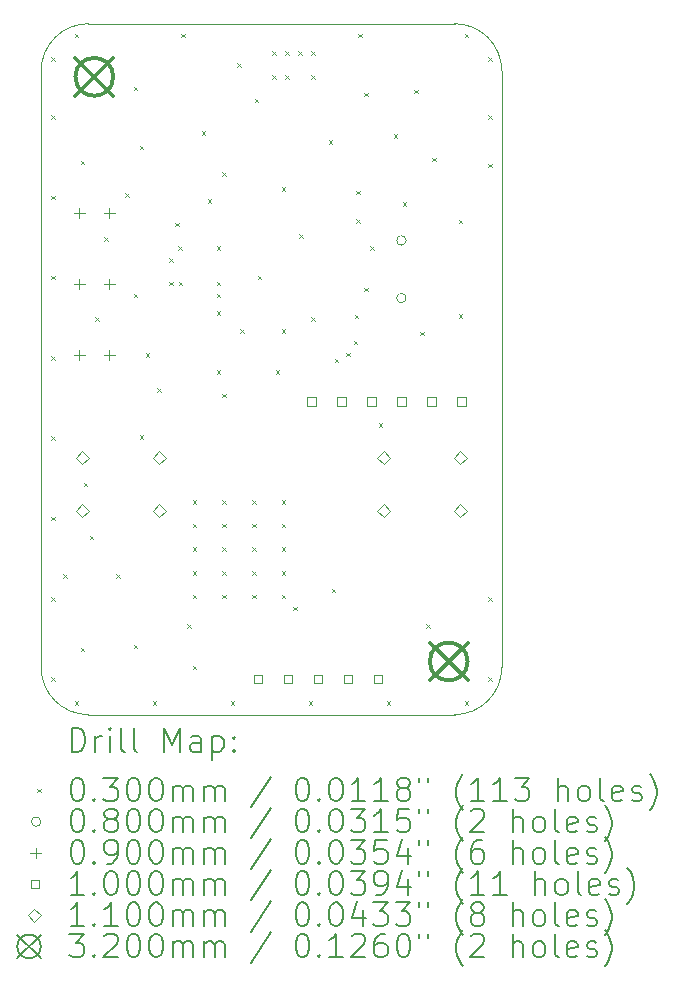
<source format=gbr>
%TF.GenerationSoftware,KiCad,Pcbnew,8.0.4*%
%TF.CreationDate,2024-10-18T17:00:11+02:00*%
%TF.ProjectId,Atari_SIO2SD_Mini,41746172-695f-4534-994f-3253445f4d69,rev?*%
%TF.SameCoordinates,Original*%
%TF.FileFunction,Drillmap*%
%TF.FilePolarity,Positive*%
%FSLAX45Y45*%
G04 Gerber Fmt 4.5, Leading zero omitted, Abs format (unit mm)*
G04 Created by KiCad (PCBNEW 8.0.4) date 2024-10-18 17:00:11*
%MOMM*%
%LPD*%
G01*
G04 APERTURE LIST*
%ADD10C,0.050000*%
%ADD11C,0.200000*%
%ADD12C,0.100000*%
%ADD13C,0.110000*%
%ADD14C,0.320000*%
G04 APERTURE END LIST*
D10*
X16550000Y-5449843D02*
G75*
G02*
X16949997Y-5849843I0J-399997D01*
G01*
X13450000Y-11300000D02*
G75*
G02*
X13050000Y-10900000I0J400000D01*
G01*
X14150000Y-5450000D02*
X15850000Y-5450000D01*
X13450000Y-11300000D02*
X16550000Y-11300000D01*
X16950000Y-10900000D02*
G75*
G02*
X16550000Y-11300000I-400000J0D01*
G01*
X13050000Y-6300000D02*
X13050000Y-5850000D01*
X16950000Y-10900000D02*
X16950000Y-6300000D01*
X13050000Y-10900000D02*
X13050000Y-6300000D01*
X13450000Y-5450000D02*
X14150000Y-5450000D01*
X13050000Y-5850000D02*
G75*
G02*
X13450000Y-5450000I400000J0D01*
G01*
X16950000Y-6300000D02*
X16950000Y-5849843D01*
X15850000Y-5450000D02*
X16550000Y-5450000D01*
D11*
D12*
X13135000Y-5735000D02*
X13165000Y-5765000D01*
X13165000Y-5735000D02*
X13135000Y-5765000D01*
X13135000Y-6225000D02*
X13165000Y-6255000D01*
X13165000Y-6225000D02*
X13135000Y-6255000D01*
X13135000Y-6905000D02*
X13165000Y-6935000D01*
X13165000Y-6905000D02*
X13135000Y-6935000D01*
X13135000Y-7585000D02*
X13165000Y-7615000D01*
X13165000Y-7585000D02*
X13135000Y-7615000D01*
X13135000Y-8265000D02*
X13165000Y-8295000D01*
X13165000Y-8265000D02*
X13135000Y-8295000D01*
X13135000Y-8945000D02*
X13165000Y-8975000D01*
X13165000Y-8945000D02*
X13135000Y-8975000D01*
X13135000Y-9625000D02*
X13165000Y-9655000D01*
X13165000Y-9625000D02*
X13135000Y-9655000D01*
X13135000Y-10305000D02*
X13165000Y-10335000D01*
X13165000Y-10305000D02*
X13135000Y-10335000D01*
X13135000Y-10985000D02*
X13165000Y-11015000D01*
X13165000Y-10985000D02*
X13135000Y-11015000D01*
X13235000Y-10110000D02*
X13265000Y-10140000D01*
X13265000Y-10110000D02*
X13235000Y-10140000D01*
X13335000Y-5535000D02*
X13365000Y-5565000D01*
X13365000Y-5535000D02*
X13335000Y-5565000D01*
X13335000Y-11185000D02*
X13365000Y-11215000D01*
X13365000Y-11185000D02*
X13335000Y-11215000D01*
X13385000Y-6610000D02*
X13415000Y-6640000D01*
X13415000Y-6610000D02*
X13385000Y-6640000D01*
X13385000Y-10735000D02*
X13415000Y-10765000D01*
X13415000Y-10735000D02*
X13385000Y-10765000D01*
X13410000Y-9335000D02*
X13440000Y-9365000D01*
X13440000Y-9335000D02*
X13410000Y-9365000D01*
X13460000Y-9785000D02*
X13490000Y-9815000D01*
X13490000Y-9785000D02*
X13460000Y-9815000D01*
X13510000Y-7935000D02*
X13540000Y-7965000D01*
X13540000Y-7935000D02*
X13510000Y-7965000D01*
X13585000Y-7260000D02*
X13615000Y-7290000D01*
X13615000Y-7260000D02*
X13585000Y-7290000D01*
X13685000Y-10110000D02*
X13715000Y-10140000D01*
X13715000Y-10110000D02*
X13685000Y-10140000D01*
X13760000Y-6885000D02*
X13790000Y-6915000D01*
X13790000Y-6885000D02*
X13760000Y-6915000D01*
X13835000Y-5985000D02*
X13865000Y-6015000D01*
X13865000Y-5985000D02*
X13835000Y-6015000D01*
X13835000Y-7735000D02*
X13865000Y-7765000D01*
X13865000Y-7735000D02*
X13835000Y-7765000D01*
X13835000Y-10710000D02*
X13865000Y-10740000D01*
X13865000Y-10710000D02*
X13835000Y-10740000D01*
X13885000Y-6485000D02*
X13915000Y-6515000D01*
X13915000Y-6485000D02*
X13885000Y-6515000D01*
X13885000Y-8935000D02*
X13915000Y-8965000D01*
X13915000Y-8935000D02*
X13885000Y-8965000D01*
X13935000Y-8238750D02*
X13965000Y-8268750D01*
X13965000Y-8238750D02*
X13935000Y-8268750D01*
X13995000Y-11185000D02*
X14025000Y-11215000D01*
X14025000Y-11185000D02*
X13995000Y-11215000D01*
X14035000Y-8535000D02*
X14065000Y-8565000D01*
X14065000Y-8535000D02*
X14035000Y-8565000D01*
X14135000Y-7435000D02*
X14165000Y-7465000D01*
X14165000Y-7435000D02*
X14135000Y-7465000D01*
X14135000Y-7635000D02*
X14165000Y-7665000D01*
X14165000Y-7635000D02*
X14135000Y-7665000D01*
X14185000Y-7135000D02*
X14215000Y-7165000D01*
X14215000Y-7135000D02*
X14185000Y-7165000D01*
X14210000Y-7332500D02*
X14240000Y-7362500D01*
X14240000Y-7332500D02*
X14210000Y-7362500D01*
X14215000Y-7635000D02*
X14245000Y-7665000D01*
X14245000Y-7635000D02*
X14215000Y-7665000D01*
X14235000Y-5535000D02*
X14265000Y-5565000D01*
X14265000Y-5535000D02*
X14235000Y-5565000D01*
X14285000Y-10535000D02*
X14315000Y-10565000D01*
X14315000Y-10535000D02*
X14285000Y-10565000D01*
X14335000Y-9485000D02*
X14365000Y-9515000D01*
X14365000Y-9485000D02*
X14335000Y-9515000D01*
X14335000Y-9685000D02*
X14365000Y-9715000D01*
X14365000Y-9685000D02*
X14335000Y-9715000D01*
X14335000Y-9885000D02*
X14365000Y-9915000D01*
X14365000Y-9885000D02*
X14335000Y-9915000D01*
X14335000Y-10085000D02*
X14365000Y-10115000D01*
X14365000Y-10085000D02*
X14335000Y-10115000D01*
X14335000Y-10285000D02*
X14365000Y-10315000D01*
X14365000Y-10285000D02*
X14335000Y-10315000D01*
X14335000Y-10885000D02*
X14365000Y-10915000D01*
X14365000Y-10885000D02*
X14335000Y-10915000D01*
X14410000Y-6360000D02*
X14440000Y-6390000D01*
X14440000Y-6360000D02*
X14410000Y-6390000D01*
X14460000Y-6935000D02*
X14490000Y-6965000D01*
X14490000Y-6935000D02*
X14460000Y-6965000D01*
X14535000Y-7335000D02*
X14565000Y-7365000D01*
X14565000Y-7335000D02*
X14535000Y-7365000D01*
X14535000Y-7635000D02*
X14565000Y-7665000D01*
X14565000Y-7635000D02*
X14535000Y-7665000D01*
X14535000Y-7735000D02*
X14565000Y-7765000D01*
X14565000Y-7735000D02*
X14535000Y-7765000D01*
X14535000Y-7885000D02*
X14565000Y-7915000D01*
X14565000Y-7885000D02*
X14535000Y-7915000D01*
X14535000Y-8385000D02*
X14565000Y-8415000D01*
X14565000Y-8385000D02*
X14535000Y-8415000D01*
X14585000Y-6710000D02*
X14615000Y-6740000D01*
X14615000Y-6710000D02*
X14585000Y-6740000D01*
X14585000Y-8585000D02*
X14615000Y-8615000D01*
X14615000Y-8585000D02*
X14585000Y-8615000D01*
X14585000Y-9485000D02*
X14615000Y-9515000D01*
X14615000Y-9485000D02*
X14585000Y-9515000D01*
X14585000Y-9685000D02*
X14615000Y-9715000D01*
X14615000Y-9685000D02*
X14585000Y-9715000D01*
X14585000Y-9885000D02*
X14615000Y-9915000D01*
X14615000Y-9885000D02*
X14585000Y-9915000D01*
X14585000Y-10085000D02*
X14615000Y-10115000D01*
X14615000Y-10085000D02*
X14585000Y-10115000D01*
X14585000Y-10285000D02*
X14615000Y-10315000D01*
X14615000Y-10285000D02*
X14585000Y-10315000D01*
X14655000Y-11185000D02*
X14685000Y-11215000D01*
X14685000Y-11185000D02*
X14655000Y-11215000D01*
X14710000Y-5785000D02*
X14740000Y-5815000D01*
X14740000Y-5785000D02*
X14710000Y-5815000D01*
X14735000Y-8035000D02*
X14765000Y-8065000D01*
X14765000Y-8035000D02*
X14735000Y-8065000D01*
X14835000Y-9485000D02*
X14865000Y-9515000D01*
X14865000Y-9485000D02*
X14835000Y-9515000D01*
X14835000Y-9685000D02*
X14865000Y-9715000D01*
X14865000Y-9685000D02*
X14835000Y-9715000D01*
X14835000Y-9885000D02*
X14865000Y-9915000D01*
X14865000Y-9885000D02*
X14835000Y-9915000D01*
X14835000Y-10085000D02*
X14865000Y-10115000D01*
X14865000Y-10085000D02*
X14835000Y-10115000D01*
X14835000Y-10285000D02*
X14865000Y-10315000D01*
X14865000Y-10285000D02*
X14835000Y-10315000D01*
X14860000Y-6085000D02*
X14890000Y-6115000D01*
X14890000Y-6085000D02*
X14860000Y-6115000D01*
X14885000Y-7585000D02*
X14915000Y-7615000D01*
X14915000Y-7585000D02*
X14885000Y-7615000D01*
X15004500Y-5685000D02*
X15034500Y-5715000D01*
X15034500Y-5685000D02*
X15004500Y-5715000D01*
X15004500Y-5885000D02*
X15034500Y-5915000D01*
X15034500Y-5885000D02*
X15004500Y-5915000D01*
X15035000Y-8385000D02*
X15065000Y-8415000D01*
X15065000Y-8385000D02*
X15035000Y-8415000D01*
X15085000Y-6835000D02*
X15115000Y-6865000D01*
X15115000Y-6835000D02*
X15085000Y-6865000D01*
X15085000Y-8035000D02*
X15115000Y-8065000D01*
X15115000Y-8035000D02*
X15085000Y-8065000D01*
X15085000Y-9485000D02*
X15115000Y-9515000D01*
X15115000Y-9485000D02*
X15085000Y-9515000D01*
X15085000Y-9685000D02*
X15115000Y-9715000D01*
X15115000Y-9685000D02*
X15085000Y-9715000D01*
X15085000Y-9885000D02*
X15115000Y-9915000D01*
X15115000Y-9885000D02*
X15085000Y-9915000D01*
X15085000Y-10085000D02*
X15115000Y-10115000D01*
X15115000Y-10085000D02*
X15085000Y-10115000D01*
X15085000Y-10285000D02*
X15115000Y-10315000D01*
X15115000Y-10285000D02*
X15085000Y-10315000D01*
X15114500Y-5685000D02*
X15144500Y-5715000D01*
X15144500Y-5685000D02*
X15114500Y-5715000D01*
X15114500Y-5885000D02*
X15144500Y-5915000D01*
X15144500Y-5885000D02*
X15114500Y-5915000D01*
X15185000Y-10385000D02*
X15215000Y-10415000D01*
X15215000Y-10385000D02*
X15185000Y-10415000D01*
X15224500Y-5685000D02*
X15254500Y-5715000D01*
X15254500Y-5685000D02*
X15224500Y-5715000D01*
X15235000Y-7235000D02*
X15265000Y-7265000D01*
X15265000Y-7235000D02*
X15235000Y-7265000D01*
X15315000Y-11185000D02*
X15345000Y-11215000D01*
X15345000Y-11185000D02*
X15315000Y-11215000D01*
X15334500Y-5685000D02*
X15364500Y-5715000D01*
X15364500Y-5685000D02*
X15334500Y-5715000D01*
X15334500Y-5885000D02*
X15364500Y-5915000D01*
X15364500Y-5885000D02*
X15334500Y-5915000D01*
X15335000Y-7935000D02*
X15365000Y-7965000D01*
X15365000Y-7935000D02*
X15335000Y-7965000D01*
X15485000Y-6435000D02*
X15515000Y-6465000D01*
X15515000Y-6435000D02*
X15485000Y-6465000D01*
X15510000Y-10235000D02*
X15540000Y-10265000D01*
X15540000Y-10235000D02*
X15510000Y-10265000D01*
X15535000Y-8285000D02*
X15565000Y-8315000D01*
X15565000Y-8285000D02*
X15535000Y-8315000D01*
X15635000Y-8235000D02*
X15665000Y-8265000D01*
X15665000Y-8235000D02*
X15635000Y-8265000D01*
X15697500Y-8135000D02*
X15727500Y-8165000D01*
X15727500Y-8135000D02*
X15697500Y-8165000D01*
X15704194Y-7915806D02*
X15734194Y-7945806D01*
X15734194Y-7915806D02*
X15704194Y-7945806D01*
X15715806Y-6865806D02*
X15745806Y-6895806D01*
X15745806Y-6865806D02*
X15715806Y-6895806D01*
X15717567Y-7104461D02*
X15747567Y-7134461D01*
X15747567Y-7104461D02*
X15717567Y-7134461D01*
X15735000Y-5535000D02*
X15765000Y-5565000D01*
X15765000Y-5535000D02*
X15735000Y-5565000D01*
X15785000Y-6035000D02*
X15815000Y-6065000D01*
X15815000Y-6035000D02*
X15785000Y-6065000D01*
X15785000Y-7685000D02*
X15815000Y-7715000D01*
X15815000Y-7685000D02*
X15785000Y-7715000D01*
X15835000Y-7335000D02*
X15865000Y-7365000D01*
X15865000Y-7335000D02*
X15835000Y-7365000D01*
X15910000Y-8835000D02*
X15940000Y-8865000D01*
X15940000Y-8835000D02*
X15910000Y-8865000D01*
X15975000Y-11185000D02*
X16005000Y-11215000D01*
X16005000Y-11185000D02*
X15975000Y-11215000D01*
X16035000Y-6385000D02*
X16065000Y-6415000D01*
X16065000Y-6385000D02*
X16035000Y-6415000D01*
X16110000Y-6960000D02*
X16140000Y-6990000D01*
X16140000Y-6960000D02*
X16110000Y-6990000D01*
X16210000Y-6010000D02*
X16240000Y-6040000D01*
X16240000Y-6010000D02*
X16210000Y-6040000D01*
X16260000Y-8060000D02*
X16290000Y-8090000D01*
X16290000Y-8060000D02*
X16260000Y-8090000D01*
X16310000Y-10535000D02*
X16340000Y-10565000D01*
X16340000Y-10535000D02*
X16310000Y-10565000D01*
X16360000Y-6585000D02*
X16390000Y-6615000D01*
X16390000Y-6585000D02*
X16360000Y-6615000D01*
X16585000Y-7110000D02*
X16615000Y-7140000D01*
X16615000Y-7110000D02*
X16585000Y-7140000D01*
X16585000Y-7910000D02*
X16615000Y-7940000D01*
X16615000Y-7910000D02*
X16585000Y-7940000D01*
X16635000Y-5535000D02*
X16665000Y-5565000D01*
X16665000Y-5535000D02*
X16635000Y-5565000D01*
X16635000Y-11185000D02*
X16665000Y-11215000D01*
X16665000Y-11185000D02*
X16635000Y-11215000D01*
X16835000Y-5735000D02*
X16865000Y-5765000D01*
X16865000Y-5735000D02*
X16835000Y-5765000D01*
X16835000Y-6225000D02*
X16865000Y-6255000D01*
X16865000Y-6225000D02*
X16835000Y-6255000D01*
X16835000Y-6635000D02*
X16865000Y-6665000D01*
X16865000Y-6635000D02*
X16835000Y-6665000D01*
X16835000Y-10305000D02*
X16865000Y-10335000D01*
X16865000Y-10305000D02*
X16835000Y-10335000D01*
X16835000Y-10985000D02*
X16865000Y-11015000D01*
X16865000Y-10985000D02*
X16835000Y-11015000D01*
X16140000Y-7285000D02*
G75*
G02*
X16060000Y-7285000I-40000J0D01*
G01*
X16060000Y-7285000D02*
G75*
G02*
X16140000Y-7285000I40000J0D01*
G01*
X16140000Y-7773000D02*
G75*
G02*
X16060000Y-7773000I-40000J0D01*
G01*
X16060000Y-7773000D02*
G75*
G02*
X16140000Y-7773000I40000J0D01*
G01*
X13373500Y-7008750D02*
X13373500Y-7098750D01*
X13328500Y-7053750D02*
X13418500Y-7053750D01*
X13373500Y-7608750D02*
X13373500Y-7698750D01*
X13328500Y-7653750D02*
X13418500Y-7653750D01*
X13373500Y-8208750D02*
X13373500Y-8298750D01*
X13328500Y-8253750D02*
X13418500Y-8253750D01*
X13627500Y-7008750D02*
X13627500Y-7098750D01*
X13582500Y-7053750D02*
X13672500Y-7053750D01*
X13627500Y-7608750D02*
X13627500Y-7698750D01*
X13582500Y-7653750D02*
X13672500Y-7653750D01*
X13627500Y-8208750D02*
X13627500Y-8298750D01*
X13582500Y-8253750D02*
X13672500Y-8253750D01*
X14923356Y-11035356D02*
X14923356Y-10964644D01*
X14852644Y-10964644D01*
X14852644Y-11035356D01*
X14923356Y-11035356D01*
X15177356Y-11035356D02*
X15177356Y-10964644D01*
X15106644Y-10964644D01*
X15106644Y-11035356D01*
X15177356Y-11035356D01*
X15375356Y-8685356D02*
X15375356Y-8614644D01*
X15304644Y-8614644D01*
X15304644Y-8685356D01*
X15375356Y-8685356D01*
X15431356Y-11035356D02*
X15431356Y-10964644D01*
X15360644Y-10964644D01*
X15360644Y-11035356D01*
X15431356Y-11035356D01*
X15629356Y-8685356D02*
X15629356Y-8614644D01*
X15558644Y-8614644D01*
X15558644Y-8685356D01*
X15629356Y-8685356D01*
X15685356Y-11035356D02*
X15685356Y-10964644D01*
X15614644Y-10964644D01*
X15614644Y-11035356D01*
X15685356Y-11035356D01*
X15883356Y-8685356D02*
X15883356Y-8614644D01*
X15812644Y-8614644D01*
X15812644Y-8685356D01*
X15883356Y-8685356D01*
X15939356Y-11035356D02*
X15939356Y-10964644D01*
X15868644Y-10964644D01*
X15868644Y-11035356D01*
X15939356Y-11035356D01*
X16137356Y-8685356D02*
X16137356Y-8614644D01*
X16066644Y-8614644D01*
X16066644Y-8685356D01*
X16137356Y-8685356D01*
X16391356Y-8685356D02*
X16391356Y-8614644D01*
X16320644Y-8614644D01*
X16320644Y-8685356D01*
X16391356Y-8685356D01*
X16645356Y-8685356D02*
X16645356Y-8614644D01*
X16574644Y-8614644D01*
X16574644Y-8685356D01*
X16645356Y-8685356D01*
D13*
X13400000Y-9180000D02*
X13455000Y-9125000D01*
X13400000Y-9070000D01*
X13345000Y-9125000D01*
X13400000Y-9180000D01*
X13400000Y-9630000D02*
X13455000Y-9575000D01*
X13400000Y-9520000D01*
X13345000Y-9575000D01*
X13400000Y-9630000D01*
X14050000Y-9180000D02*
X14105000Y-9125000D01*
X14050000Y-9070000D01*
X13995000Y-9125000D01*
X14050000Y-9180000D01*
X14050000Y-9630000D02*
X14105000Y-9575000D01*
X14050000Y-9520000D01*
X13995000Y-9575000D01*
X14050000Y-9630000D01*
X15950000Y-9180000D02*
X16005000Y-9125000D01*
X15950000Y-9070000D01*
X15895000Y-9125000D01*
X15950000Y-9180000D01*
X15950000Y-9630000D02*
X16005000Y-9575000D01*
X15950000Y-9520000D01*
X15895000Y-9575000D01*
X15950000Y-9630000D01*
X16600000Y-9180000D02*
X16655000Y-9125000D01*
X16600000Y-9070000D01*
X16545000Y-9125000D01*
X16600000Y-9180000D01*
X16600000Y-9630000D02*
X16655000Y-9575000D01*
X16600000Y-9520000D01*
X16545000Y-9575000D01*
X16600000Y-9630000D01*
D14*
X13340000Y-5740000D02*
X13660000Y-6060000D01*
X13660000Y-5740000D02*
X13340000Y-6060000D01*
X13660000Y-5900000D02*
G75*
G02*
X13340000Y-5900000I-160000J0D01*
G01*
X13340000Y-5900000D02*
G75*
G02*
X13660000Y-5900000I160000J0D01*
G01*
X16340000Y-10690000D02*
X16660000Y-11010000D01*
X16660000Y-10690000D02*
X16340000Y-11010000D01*
X16660000Y-10850000D02*
G75*
G02*
X16340000Y-10850000I-160000J0D01*
G01*
X16340000Y-10850000D02*
G75*
G02*
X16660000Y-10850000I160000J0D01*
G01*
D11*
X13308276Y-11613984D02*
X13308276Y-11413984D01*
X13308276Y-11413984D02*
X13355895Y-11413984D01*
X13355895Y-11413984D02*
X13384467Y-11423508D01*
X13384467Y-11423508D02*
X13403514Y-11442555D01*
X13403514Y-11442555D02*
X13413038Y-11461603D01*
X13413038Y-11461603D02*
X13422562Y-11499698D01*
X13422562Y-11499698D02*
X13422562Y-11528269D01*
X13422562Y-11528269D02*
X13413038Y-11566365D01*
X13413038Y-11566365D02*
X13403514Y-11585412D01*
X13403514Y-11585412D02*
X13384467Y-11604460D01*
X13384467Y-11604460D02*
X13355895Y-11613984D01*
X13355895Y-11613984D02*
X13308276Y-11613984D01*
X13508276Y-11613984D02*
X13508276Y-11480650D01*
X13508276Y-11518746D02*
X13517800Y-11499698D01*
X13517800Y-11499698D02*
X13527324Y-11490174D01*
X13527324Y-11490174D02*
X13546372Y-11480650D01*
X13546372Y-11480650D02*
X13565419Y-11480650D01*
X13632086Y-11613984D02*
X13632086Y-11480650D01*
X13632086Y-11413984D02*
X13622562Y-11423508D01*
X13622562Y-11423508D02*
X13632086Y-11433031D01*
X13632086Y-11433031D02*
X13641610Y-11423508D01*
X13641610Y-11423508D02*
X13632086Y-11413984D01*
X13632086Y-11413984D02*
X13632086Y-11433031D01*
X13755895Y-11613984D02*
X13736848Y-11604460D01*
X13736848Y-11604460D02*
X13727324Y-11585412D01*
X13727324Y-11585412D02*
X13727324Y-11413984D01*
X13860657Y-11613984D02*
X13841610Y-11604460D01*
X13841610Y-11604460D02*
X13832086Y-11585412D01*
X13832086Y-11585412D02*
X13832086Y-11413984D01*
X14089229Y-11613984D02*
X14089229Y-11413984D01*
X14089229Y-11413984D02*
X14155895Y-11556841D01*
X14155895Y-11556841D02*
X14222562Y-11413984D01*
X14222562Y-11413984D02*
X14222562Y-11613984D01*
X14403514Y-11613984D02*
X14403514Y-11509222D01*
X14403514Y-11509222D02*
X14393991Y-11490174D01*
X14393991Y-11490174D02*
X14374943Y-11480650D01*
X14374943Y-11480650D02*
X14336848Y-11480650D01*
X14336848Y-11480650D02*
X14317800Y-11490174D01*
X14403514Y-11604460D02*
X14384467Y-11613984D01*
X14384467Y-11613984D02*
X14336848Y-11613984D01*
X14336848Y-11613984D02*
X14317800Y-11604460D01*
X14317800Y-11604460D02*
X14308276Y-11585412D01*
X14308276Y-11585412D02*
X14308276Y-11566365D01*
X14308276Y-11566365D02*
X14317800Y-11547317D01*
X14317800Y-11547317D02*
X14336848Y-11537793D01*
X14336848Y-11537793D02*
X14384467Y-11537793D01*
X14384467Y-11537793D02*
X14403514Y-11528269D01*
X14498753Y-11480650D02*
X14498753Y-11680650D01*
X14498753Y-11490174D02*
X14517800Y-11480650D01*
X14517800Y-11480650D02*
X14555895Y-11480650D01*
X14555895Y-11480650D02*
X14574943Y-11490174D01*
X14574943Y-11490174D02*
X14584467Y-11499698D01*
X14584467Y-11499698D02*
X14593991Y-11518746D01*
X14593991Y-11518746D02*
X14593991Y-11575888D01*
X14593991Y-11575888D02*
X14584467Y-11594936D01*
X14584467Y-11594936D02*
X14574943Y-11604460D01*
X14574943Y-11604460D02*
X14555895Y-11613984D01*
X14555895Y-11613984D02*
X14517800Y-11613984D01*
X14517800Y-11613984D02*
X14498753Y-11604460D01*
X14679705Y-11594936D02*
X14689229Y-11604460D01*
X14689229Y-11604460D02*
X14679705Y-11613984D01*
X14679705Y-11613984D02*
X14670181Y-11604460D01*
X14670181Y-11604460D02*
X14679705Y-11594936D01*
X14679705Y-11594936D02*
X14679705Y-11613984D01*
X14679705Y-11490174D02*
X14689229Y-11499698D01*
X14689229Y-11499698D02*
X14679705Y-11509222D01*
X14679705Y-11509222D02*
X14670181Y-11499698D01*
X14670181Y-11499698D02*
X14679705Y-11490174D01*
X14679705Y-11490174D02*
X14679705Y-11509222D01*
D12*
X13017500Y-11927500D02*
X13047500Y-11957500D01*
X13047500Y-11927500D02*
X13017500Y-11957500D01*
D11*
X13346372Y-11833984D02*
X13365419Y-11833984D01*
X13365419Y-11833984D02*
X13384467Y-11843508D01*
X13384467Y-11843508D02*
X13393991Y-11853031D01*
X13393991Y-11853031D02*
X13403514Y-11872079D01*
X13403514Y-11872079D02*
X13413038Y-11910174D01*
X13413038Y-11910174D02*
X13413038Y-11957793D01*
X13413038Y-11957793D02*
X13403514Y-11995888D01*
X13403514Y-11995888D02*
X13393991Y-12014936D01*
X13393991Y-12014936D02*
X13384467Y-12024460D01*
X13384467Y-12024460D02*
X13365419Y-12033984D01*
X13365419Y-12033984D02*
X13346372Y-12033984D01*
X13346372Y-12033984D02*
X13327324Y-12024460D01*
X13327324Y-12024460D02*
X13317800Y-12014936D01*
X13317800Y-12014936D02*
X13308276Y-11995888D01*
X13308276Y-11995888D02*
X13298753Y-11957793D01*
X13298753Y-11957793D02*
X13298753Y-11910174D01*
X13298753Y-11910174D02*
X13308276Y-11872079D01*
X13308276Y-11872079D02*
X13317800Y-11853031D01*
X13317800Y-11853031D02*
X13327324Y-11843508D01*
X13327324Y-11843508D02*
X13346372Y-11833984D01*
X13498753Y-12014936D02*
X13508276Y-12024460D01*
X13508276Y-12024460D02*
X13498753Y-12033984D01*
X13498753Y-12033984D02*
X13489229Y-12024460D01*
X13489229Y-12024460D02*
X13498753Y-12014936D01*
X13498753Y-12014936D02*
X13498753Y-12033984D01*
X13574943Y-11833984D02*
X13698753Y-11833984D01*
X13698753Y-11833984D02*
X13632086Y-11910174D01*
X13632086Y-11910174D02*
X13660657Y-11910174D01*
X13660657Y-11910174D02*
X13679705Y-11919698D01*
X13679705Y-11919698D02*
X13689229Y-11929222D01*
X13689229Y-11929222D02*
X13698753Y-11948269D01*
X13698753Y-11948269D02*
X13698753Y-11995888D01*
X13698753Y-11995888D02*
X13689229Y-12014936D01*
X13689229Y-12014936D02*
X13679705Y-12024460D01*
X13679705Y-12024460D02*
X13660657Y-12033984D01*
X13660657Y-12033984D02*
X13603514Y-12033984D01*
X13603514Y-12033984D02*
X13584467Y-12024460D01*
X13584467Y-12024460D02*
X13574943Y-12014936D01*
X13822562Y-11833984D02*
X13841610Y-11833984D01*
X13841610Y-11833984D02*
X13860657Y-11843508D01*
X13860657Y-11843508D02*
X13870181Y-11853031D01*
X13870181Y-11853031D02*
X13879705Y-11872079D01*
X13879705Y-11872079D02*
X13889229Y-11910174D01*
X13889229Y-11910174D02*
X13889229Y-11957793D01*
X13889229Y-11957793D02*
X13879705Y-11995888D01*
X13879705Y-11995888D02*
X13870181Y-12014936D01*
X13870181Y-12014936D02*
X13860657Y-12024460D01*
X13860657Y-12024460D02*
X13841610Y-12033984D01*
X13841610Y-12033984D02*
X13822562Y-12033984D01*
X13822562Y-12033984D02*
X13803514Y-12024460D01*
X13803514Y-12024460D02*
X13793991Y-12014936D01*
X13793991Y-12014936D02*
X13784467Y-11995888D01*
X13784467Y-11995888D02*
X13774943Y-11957793D01*
X13774943Y-11957793D02*
X13774943Y-11910174D01*
X13774943Y-11910174D02*
X13784467Y-11872079D01*
X13784467Y-11872079D02*
X13793991Y-11853031D01*
X13793991Y-11853031D02*
X13803514Y-11843508D01*
X13803514Y-11843508D02*
X13822562Y-11833984D01*
X14013038Y-11833984D02*
X14032086Y-11833984D01*
X14032086Y-11833984D02*
X14051134Y-11843508D01*
X14051134Y-11843508D02*
X14060657Y-11853031D01*
X14060657Y-11853031D02*
X14070181Y-11872079D01*
X14070181Y-11872079D02*
X14079705Y-11910174D01*
X14079705Y-11910174D02*
X14079705Y-11957793D01*
X14079705Y-11957793D02*
X14070181Y-11995888D01*
X14070181Y-11995888D02*
X14060657Y-12014936D01*
X14060657Y-12014936D02*
X14051134Y-12024460D01*
X14051134Y-12024460D02*
X14032086Y-12033984D01*
X14032086Y-12033984D02*
X14013038Y-12033984D01*
X14013038Y-12033984D02*
X13993991Y-12024460D01*
X13993991Y-12024460D02*
X13984467Y-12014936D01*
X13984467Y-12014936D02*
X13974943Y-11995888D01*
X13974943Y-11995888D02*
X13965419Y-11957793D01*
X13965419Y-11957793D02*
X13965419Y-11910174D01*
X13965419Y-11910174D02*
X13974943Y-11872079D01*
X13974943Y-11872079D02*
X13984467Y-11853031D01*
X13984467Y-11853031D02*
X13993991Y-11843508D01*
X13993991Y-11843508D02*
X14013038Y-11833984D01*
X14165419Y-12033984D02*
X14165419Y-11900650D01*
X14165419Y-11919698D02*
X14174943Y-11910174D01*
X14174943Y-11910174D02*
X14193991Y-11900650D01*
X14193991Y-11900650D02*
X14222562Y-11900650D01*
X14222562Y-11900650D02*
X14241610Y-11910174D01*
X14241610Y-11910174D02*
X14251134Y-11929222D01*
X14251134Y-11929222D02*
X14251134Y-12033984D01*
X14251134Y-11929222D02*
X14260657Y-11910174D01*
X14260657Y-11910174D02*
X14279705Y-11900650D01*
X14279705Y-11900650D02*
X14308276Y-11900650D01*
X14308276Y-11900650D02*
X14327324Y-11910174D01*
X14327324Y-11910174D02*
X14336848Y-11929222D01*
X14336848Y-11929222D02*
X14336848Y-12033984D01*
X14432086Y-12033984D02*
X14432086Y-11900650D01*
X14432086Y-11919698D02*
X14441610Y-11910174D01*
X14441610Y-11910174D02*
X14460657Y-11900650D01*
X14460657Y-11900650D02*
X14489229Y-11900650D01*
X14489229Y-11900650D02*
X14508276Y-11910174D01*
X14508276Y-11910174D02*
X14517800Y-11929222D01*
X14517800Y-11929222D02*
X14517800Y-12033984D01*
X14517800Y-11929222D02*
X14527324Y-11910174D01*
X14527324Y-11910174D02*
X14546372Y-11900650D01*
X14546372Y-11900650D02*
X14574943Y-11900650D01*
X14574943Y-11900650D02*
X14593991Y-11910174D01*
X14593991Y-11910174D02*
X14603515Y-11929222D01*
X14603515Y-11929222D02*
X14603515Y-12033984D01*
X14993991Y-11824460D02*
X14822562Y-12081603D01*
X15251134Y-11833984D02*
X15270181Y-11833984D01*
X15270181Y-11833984D02*
X15289229Y-11843508D01*
X15289229Y-11843508D02*
X15298753Y-11853031D01*
X15298753Y-11853031D02*
X15308277Y-11872079D01*
X15308277Y-11872079D02*
X15317800Y-11910174D01*
X15317800Y-11910174D02*
X15317800Y-11957793D01*
X15317800Y-11957793D02*
X15308277Y-11995888D01*
X15308277Y-11995888D02*
X15298753Y-12014936D01*
X15298753Y-12014936D02*
X15289229Y-12024460D01*
X15289229Y-12024460D02*
X15270181Y-12033984D01*
X15270181Y-12033984D02*
X15251134Y-12033984D01*
X15251134Y-12033984D02*
X15232086Y-12024460D01*
X15232086Y-12024460D02*
X15222562Y-12014936D01*
X15222562Y-12014936D02*
X15213038Y-11995888D01*
X15213038Y-11995888D02*
X15203515Y-11957793D01*
X15203515Y-11957793D02*
X15203515Y-11910174D01*
X15203515Y-11910174D02*
X15213038Y-11872079D01*
X15213038Y-11872079D02*
X15222562Y-11853031D01*
X15222562Y-11853031D02*
X15232086Y-11843508D01*
X15232086Y-11843508D02*
X15251134Y-11833984D01*
X15403515Y-12014936D02*
X15413038Y-12024460D01*
X15413038Y-12024460D02*
X15403515Y-12033984D01*
X15403515Y-12033984D02*
X15393991Y-12024460D01*
X15393991Y-12024460D02*
X15403515Y-12014936D01*
X15403515Y-12014936D02*
X15403515Y-12033984D01*
X15536848Y-11833984D02*
X15555896Y-11833984D01*
X15555896Y-11833984D02*
X15574943Y-11843508D01*
X15574943Y-11843508D02*
X15584467Y-11853031D01*
X15584467Y-11853031D02*
X15593991Y-11872079D01*
X15593991Y-11872079D02*
X15603515Y-11910174D01*
X15603515Y-11910174D02*
X15603515Y-11957793D01*
X15603515Y-11957793D02*
X15593991Y-11995888D01*
X15593991Y-11995888D02*
X15584467Y-12014936D01*
X15584467Y-12014936D02*
X15574943Y-12024460D01*
X15574943Y-12024460D02*
X15555896Y-12033984D01*
X15555896Y-12033984D02*
X15536848Y-12033984D01*
X15536848Y-12033984D02*
X15517800Y-12024460D01*
X15517800Y-12024460D02*
X15508277Y-12014936D01*
X15508277Y-12014936D02*
X15498753Y-11995888D01*
X15498753Y-11995888D02*
X15489229Y-11957793D01*
X15489229Y-11957793D02*
X15489229Y-11910174D01*
X15489229Y-11910174D02*
X15498753Y-11872079D01*
X15498753Y-11872079D02*
X15508277Y-11853031D01*
X15508277Y-11853031D02*
X15517800Y-11843508D01*
X15517800Y-11843508D02*
X15536848Y-11833984D01*
X15793991Y-12033984D02*
X15679705Y-12033984D01*
X15736848Y-12033984D02*
X15736848Y-11833984D01*
X15736848Y-11833984D02*
X15717800Y-11862555D01*
X15717800Y-11862555D02*
X15698753Y-11881603D01*
X15698753Y-11881603D02*
X15679705Y-11891127D01*
X15984467Y-12033984D02*
X15870181Y-12033984D01*
X15927324Y-12033984D02*
X15927324Y-11833984D01*
X15927324Y-11833984D02*
X15908277Y-11862555D01*
X15908277Y-11862555D02*
X15889229Y-11881603D01*
X15889229Y-11881603D02*
X15870181Y-11891127D01*
X16098753Y-11919698D02*
X16079705Y-11910174D01*
X16079705Y-11910174D02*
X16070181Y-11900650D01*
X16070181Y-11900650D02*
X16060658Y-11881603D01*
X16060658Y-11881603D02*
X16060658Y-11872079D01*
X16060658Y-11872079D02*
X16070181Y-11853031D01*
X16070181Y-11853031D02*
X16079705Y-11843508D01*
X16079705Y-11843508D02*
X16098753Y-11833984D01*
X16098753Y-11833984D02*
X16136848Y-11833984D01*
X16136848Y-11833984D02*
X16155896Y-11843508D01*
X16155896Y-11843508D02*
X16165419Y-11853031D01*
X16165419Y-11853031D02*
X16174943Y-11872079D01*
X16174943Y-11872079D02*
X16174943Y-11881603D01*
X16174943Y-11881603D02*
X16165419Y-11900650D01*
X16165419Y-11900650D02*
X16155896Y-11910174D01*
X16155896Y-11910174D02*
X16136848Y-11919698D01*
X16136848Y-11919698D02*
X16098753Y-11919698D01*
X16098753Y-11919698D02*
X16079705Y-11929222D01*
X16079705Y-11929222D02*
X16070181Y-11938746D01*
X16070181Y-11938746D02*
X16060658Y-11957793D01*
X16060658Y-11957793D02*
X16060658Y-11995888D01*
X16060658Y-11995888D02*
X16070181Y-12014936D01*
X16070181Y-12014936D02*
X16079705Y-12024460D01*
X16079705Y-12024460D02*
X16098753Y-12033984D01*
X16098753Y-12033984D02*
X16136848Y-12033984D01*
X16136848Y-12033984D02*
X16155896Y-12024460D01*
X16155896Y-12024460D02*
X16165419Y-12014936D01*
X16165419Y-12014936D02*
X16174943Y-11995888D01*
X16174943Y-11995888D02*
X16174943Y-11957793D01*
X16174943Y-11957793D02*
X16165419Y-11938746D01*
X16165419Y-11938746D02*
X16155896Y-11929222D01*
X16155896Y-11929222D02*
X16136848Y-11919698D01*
X16251134Y-11833984D02*
X16251134Y-11872079D01*
X16327324Y-11833984D02*
X16327324Y-11872079D01*
X16622562Y-12110174D02*
X16613039Y-12100650D01*
X16613039Y-12100650D02*
X16593991Y-12072079D01*
X16593991Y-12072079D02*
X16584467Y-12053031D01*
X16584467Y-12053031D02*
X16574943Y-12024460D01*
X16574943Y-12024460D02*
X16565420Y-11976841D01*
X16565420Y-11976841D02*
X16565420Y-11938746D01*
X16565420Y-11938746D02*
X16574943Y-11891127D01*
X16574943Y-11891127D02*
X16584467Y-11862555D01*
X16584467Y-11862555D02*
X16593991Y-11843508D01*
X16593991Y-11843508D02*
X16613039Y-11814936D01*
X16613039Y-11814936D02*
X16622562Y-11805412D01*
X16803515Y-12033984D02*
X16689229Y-12033984D01*
X16746372Y-12033984D02*
X16746372Y-11833984D01*
X16746372Y-11833984D02*
X16727324Y-11862555D01*
X16727324Y-11862555D02*
X16708277Y-11881603D01*
X16708277Y-11881603D02*
X16689229Y-11891127D01*
X16993991Y-12033984D02*
X16879705Y-12033984D01*
X16936848Y-12033984D02*
X16936848Y-11833984D01*
X16936848Y-11833984D02*
X16917801Y-11862555D01*
X16917801Y-11862555D02*
X16898753Y-11881603D01*
X16898753Y-11881603D02*
X16879705Y-11891127D01*
X17060658Y-11833984D02*
X17184467Y-11833984D01*
X17184467Y-11833984D02*
X17117801Y-11910174D01*
X17117801Y-11910174D02*
X17146372Y-11910174D01*
X17146372Y-11910174D02*
X17165420Y-11919698D01*
X17165420Y-11919698D02*
X17174943Y-11929222D01*
X17174943Y-11929222D02*
X17184467Y-11948269D01*
X17184467Y-11948269D02*
X17184467Y-11995888D01*
X17184467Y-11995888D02*
X17174943Y-12014936D01*
X17174943Y-12014936D02*
X17165420Y-12024460D01*
X17165420Y-12024460D02*
X17146372Y-12033984D01*
X17146372Y-12033984D02*
X17089229Y-12033984D01*
X17089229Y-12033984D02*
X17070182Y-12024460D01*
X17070182Y-12024460D02*
X17060658Y-12014936D01*
X17422563Y-12033984D02*
X17422563Y-11833984D01*
X17508277Y-12033984D02*
X17508277Y-11929222D01*
X17508277Y-11929222D02*
X17498753Y-11910174D01*
X17498753Y-11910174D02*
X17479705Y-11900650D01*
X17479705Y-11900650D02*
X17451134Y-11900650D01*
X17451134Y-11900650D02*
X17432086Y-11910174D01*
X17432086Y-11910174D02*
X17422563Y-11919698D01*
X17632086Y-12033984D02*
X17613039Y-12024460D01*
X17613039Y-12024460D02*
X17603515Y-12014936D01*
X17603515Y-12014936D02*
X17593991Y-11995888D01*
X17593991Y-11995888D02*
X17593991Y-11938746D01*
X17593991Y-11938746D02*
X17603515Y-11919698D01*
X17603515Y-11919698D02*
X17613039Y-11910174D01*
X17613039Y-11910174D02*
X17632086Y-11900650D01*
X17632086Y-11900650D02*
X17660658Y-11900650D01*
X17660658Y-11900650D02*
X17679705Y-11910174D01*
X17679705Y-11910174D02*
X17689229Y-11919698D01*
X17689229Y-11919698D02*
X17698753Y-11938746D01*
X17698753Y-11938746D02*
X17698753Y-11995888D01*
X17698753Y-11995888D02*
X17689229Y-12014936D01*
X17689229Y-12014936D02*
X17679705Y-12024460D01*
X17679705Y-12024460D02*
X17660658Y-12033984D01*
X17660658Y-12033984D02*
X17632086Y-12033984D01*
X17813039Y-12033984D02*
X17793991Y-12024460D01*
X17793991Y-12024460D02*
X17784467Y-12005412D01*
X17784467Y-12005412D02*
X17784467Y-11833984D01*
X17965420Y-12024460D02*
X17946372Y-12033984D01*
X17946372Y-12033984D02*
X17908277Y-12033984D01*
X17908277Y-12033984D02*
X17889229Y-12024460D01*
X17889229Y-12024460D02*
X17879705Y-12005412D01*
X17879705Y-12005412D02*
X17879705Y-11929222D01*
X17879705Y-11929222D02*
X17889229Y-11910174D01*
X17889229Y-11910174D02*
X17908277Y-11900650D01*
X17908277Y-11900650D02*
X17946372Y-11900650D01*
X17946372Y-11900650D02*
X17965420Y-11910174D01*
X17965420Y-11910174D02*
X17974944Y-11929222D01*
X17974944Y-11929222D02*
X17974944Y-11948269D01*
X17974944Y-11948269D02*
X17879705Y-11967317D01*
X18051134Y-12024460D02*
X18070182Y-12033984D01*
X18070182Y-12033984D02*
X18108277Y-12033984D01*
X18108277Y-12033984D02*
X18127325Y-12024460D01*
X18127325Y-12024460D02*
X18136848Y-12005412D01*
X18136848Y-12005412D02*
X18136848Y-11995888D01*
X18136848Y-11995888D02*
X18127325Y-11976841D01*
X18127325Y-11976841D02*
X18108277Y-11967317D01*
X18108277Y-11967317D02*
X18079705Y-11967317D01*
X18079705Y-11967317D02*
X18060658Y-11957793D01*
X18060658Y-11957793D02*
X18051134Y-11938746D01*
X18051134Y-11938746D02*
X18051134Y-11929222D01*
X18051134Y-11929222D02*
X18060658Y-11910174D01*
X18060658Y-11910174D02*
X18079705Y-11900650D01*
X18079705Y-11900650D02*
X18108277Y-11900650D01*
X18108277Y-11900650D02*
X18127325Y-11910174D01*
X18203515Y-12110174D02*
X18213039Y-12100650D01*
X18213039Y-12100650D02*
X18232086Y-12072079D01*
X18232086Y-12072079D02*
X18241610Y-12053031D01*
X18241610Y-12053031D02*
X18251134Y-12024460D01*
X18251134Y-12024460D02*
X18260658Y-11976841D01*
X18260658Y-11976841D02*
X18260658Y-11938746D01*
X18260658Y-11938746D02*
X18251134Y-11891127D01*
X18251134Y-11891127D02*
X18241610Y-11862555D01*
X18241610Y-11862555D02*
X18232086Y-11843508D01*
X18232086Y-11843508D02*
X18213039Y-11814936D01*
X18213039Y-11814936D02*
X18203515Y-11805412D01*
D12*
X13047500Y-12206500D02*
G75*
G02*
X12967500Y-12206500I-40000J0D01*
G01*
X12967500Y-12206500D02*
G75*
G02*
X13047500Y-12206500I40000J0D01*
G01*
D11*
X13346372Y-12097984D02*
X13365419Y-12097984D01*
X13365419Y-12097984D02*
X13384467Y-12107508D01*
X13384467Y-12107508D02*
X13393991Y-12117031D01*
X13393991Y-12117031D02*
X13403514Y-12136079D01*
X13403514Y-12136079D02*
X13413038Y-12174174D01*
X13413038Y-12174174D02*
X13413038Y-12221793D01*
X13413038Y-12221793D02*
X13403514Y-12259888D01*
X13403514Y-12259888D02*
X13393991Y-12278936D01*
X13393991Y-12278936D02*
X13384467Y-12288460D01*
X13384467Y-12288460D02*
X13365419Y-12297984D01*
X13365419Y-12297984D02*
X13346372Y-12297984D01*
X13346372Y-12297984D02*
X13327324Y-12288460D01*
X13327324Y-12288460D02*
X13317800Y-12278936D01*
X13317800Y-12278936D02*
X13308276Y-12259888D01*
X13308276Y-12259888D02*
X13298753Y-12221793D01*
X13298753Y-12221793D02*
X13298753Y-12174174D01*
X13298753Y-12174174D02*
X13308276Y-12136079D01*
X13308276Y-12136079D02*
X13317800Y-12117031D01*
X13317800Y-12117031D02*
X13327324Y-12107508D01*
X13327324Y-12107508D02*
X13346372Y-12097984D01*
X13498753Y-12278936D02*
X13508276Y-12288460D01*
X13508276Y-12288460D02*
X13498753Y-12297984D01*
X13498753Y-12297984D02*
X13489229Y-12288460D01*
X13489229Y-12288460D02*
X13498753Y-12278936D01*
X13498753Y-12278936D02*
X13498753Y-12297984D01*
X13622562Y-12183698D02*
X13603514Y-12174174D01*
X13603514Y-12174174D02*
X13593991Y-12164650D01*
X13593991Y-12164650D02*
X13584467Y-12145603D01*
X13584467Y-12145603D02*
X13584467Y-12136079D01*
X13584467Y-12136079D02*
X13593991Y-12117031D01*
X13593991Y-12117031D02*
X13603514Y-12107508D01*
X13603514Y-12107508D02*
X13622562Y-12097984D01*
X13622562Y-12097984D02*
X13660657Y-12097984D01*
X13660657Y-12097984D02*
X13679705Y-12107508D01*
X13679705Y-12107508D02*
X13689229Y-12117031D01*
X13689229Y-12117031D02*
X13698753Y-12136079D01*
X13698753Y-12136079D02*
X13698753Y-12145603D01*
X13698753Y-12145603D02*
X13689229Y-12164650D01*
X13689229Y-12164650D02*
X13679705Y-12174174D01*
X13679705Y-12174174D02*
X13660657Y-12183698D01*
X13660657Y-12183698D02*
X13622562Y-12183698D01*
X13622562Y-12183698D02*
X13603514Y-12193222D01*
X13603514Y-12193222D02*
X13593991Y-12202746D01*
X13593991Y-12202746D02*
X13584467Y-12221793D01*
X13584467Y-12221793D02*
X13584467Y-12259888D01*
X13584467Y-12259888D02*
X13593991Y-12278936D01*
X13593991Y-12278936D02*
X13603514Y-12288460D01*
X13603514Y-12288460D02*
X13622562Y-12297984D01*
X13622562Y-12297984D02*
X13660657Y-12297984D01*
X13660657Y-12297984D02*
X13679705Y-12288460D01*
X13679705Y-12288460D02*
X13689229Y-12278936D01*
X13689229Y-12278936D02*
X13698753Y-12259888D01*
X13698753Y-12259888D02*
X13698753Y-12221793D01*
X13698753Y-12221793D02*
X13689229Y-12202746D01*
X13689229Y-12202746D02*
X13679705Y-12193222D01*
X13679705Y-12193222D02*
X13660657Y-12183698D01*
X13822562Y-12097984D02*
X13841610Y-12097984D01*
X13841610Y-12097984D02*
X13860657Y-12107508D01*
X13860657Y-12107508D02*
X13870181Y-12117031D01*
X13870181Y-12117031D02*
X13879705Y-12136079D01*
X13879705Y-12136079D02*
X13889229Y-12174174D01*
X13889229Y-12174174D02*
X13889229Y-12221793D01*
X13889229Y-12221793D02*
X13879705Y-12259888D01*
X13879705Y-12259888D02*
X13870181Y-12278936D01*
X13870181Y-12278936D02*
X13860657Y-12288460D01*
X13860657Y-12288460D02*
X13841610Y-12297984D01*
X13841610Y-12297984D02*
X13822562Y-12297984D01*
X13822562Y-12297984D02*
X13803514Y-12288460D01*
X13803514Y-12288460D02*
X13793991Y-12278936D01*
X13793991Y-12278936D02*
X13784467Y-12259888D01*
X13784467Y-12259888D02*
X13774943Y-12221793D01*
X13774943Y-12221793D02*
X13774943Y-12174174D01*
X13774943Y-12174174D02*
X13784467Y-12136079D01*
X13784467Y-12136079D02*
X13793991Y-12117031D01*
X13793991Y-12117031D02*
X13803514Y-12107508D01*
X13803514Y-12107508D02*
X13822562Y-12097984D01*
X14013038Y-12097984D02*
X14032086Y-12097984D01*
X14032086Y-12097984D02*
X14051134Y-12107508D01*
X14051134Y-12107508D02*
X14060657Y-12117031D01*
X14060657Y-12117031D02*
X14070181Y-12136079D01*
X14070181Y-12136079D02*
X14079705Y-12174174D01*
X14079705Y-12174174D02*
X14079705Y-12221793D01*
X14079705Y-12221793D02*
X14070181Y-12259888D01*
X14070181Y-12259888D02*
X14060657Y-12278936D01*
X14060657Y-12278936D02*
X14051134Y-12288460D01*
X14051134Y-12288460D02*
X14032086Y-12297984D01*
X14032086Y-12297984D02*
X14013038Y-12297984D01*
X14013038Y-12297984D02*
X13993991Y-12288460D01*
X13993991Y-12288460D02*
X13984467Y-12278936D01*
X13984467Y-12278936D02*
X13974943Y-12259888D01*
X13974943Y-12259888D02*
X13965419Y-12221793D01*
X13965419Y-12221793D02*
X13965419Y-12174174D01*
X13965419Y-12174174D02*
X13974943Y-12136079D01*
X13974943Y-12136079D02*
X13984467Y-12117031D01*
X13984467Y-12117031D02*
X13993991Y-12107508D01*
X13993991Y-12107508D02*
X14013038Y-12097984D01*
X14165419Y-12297984D02*
X14165419Y-12164650D01*
X14165419Y-12183698D02*
X14174943Y-12174174D01*
X14174943Y-12174174D02*
X14193991Y-12164650D01*
X14193991Y-12164650D02*
X14222562Y-12164650D01*
X14222562Y-12164650D02*
X14241610Y-12174174D01*
X14241610Y-12174174D02*
X14251134Y-12193222D01*
X14251134Y-12193222D02*
X14251134Y-12297984D01*
X14251134Y-12193222D02*
X14260657Y-12174174D01*
X14260657Y-12174174D02*
X14279705Y-12164650D01*
X14279705Y-12164650D02*
X14308276Y-12164650D01*
X14308276Y-12164650D02*
X14327324Y-12174174D01*
X14327324Y-12174174D02*
X14336848Y-12193222D01*
X14336848Y-12193222D02*
X14336848Y-12297984D01*
X14432086Y-12297984D02*
X14432086Y-12164650D01*
X14432086Y-12183698D02*
X14441610Y-12174174D01*
X14441610Y-12174174D02*
X14460657Y-12164650D01*
X14460657Y-12164650D02*
X14489229Y-12164650D01*
X14489229Y-12164650D02*
X14508276Y-12174174D01*
X14508276Y-12174174D02*
X14517800Y-12193222D01*
X14517800Y-12193222D02*
X14517800Y-12297984D01*
X14517800Y-12193222D02*
X14527324Y-12174174D01*
X14527324Y-12174174D02*
X14546372Y-12164650D01*
X14546372Y-12164650D02*
X14574943Y-12164650D01*
X14574943Y-12164650D02*
X14593991Y-12174174D01*
X14593991Y-12174174D02*
X14603515Y-12193222D01*
X14603515Y-12193222D02*
X14603515Y-12297984D01*
X14993991Y-12088460D02*
X14822562Y-12345603D01*
X15251134Y-12097984D02*
X15270181Y-12097984D01*
X15270181Y-12097984D02*
X15289229Y-12107508D01*
X15289229Y-12107508D02*
X15298753Y-12117031D01*
X15298753Y-12117031D02*
X15308277Y-12136079D01*
X15308277Y-12136079D02*
X15317800Y-12174174D01*
X15317800Y-12174174D02*
X15317800Y-12221793D01*
X15317800Y-12221793D02*
X15308277Y-12259888D01*
X15308277Y-12259888D02*
X15298753Y-12278936D01*
X15298753Y-12278936D02*
X15289229Y-12288460D01*
X15289229Y-12288460D02*
X15270181Y-12297984D01*
X15270181Y-12297984D02*
X15251134Y-12297984D01*
X15251134Y-12297984D02*
X15232086Y-12288460D01*
X15232086Y-12288460D02*
X15222562Y-12278936D01*
X15222562Y-12278936D02*
X15213038Y-12259888D01*
X15213038Y-12259888D02*
X15203515Y-12221793D01*
X15203515Y-12221793D02*
X15203515Y-12174174D01*
X15203515Y-12174174D02*
X15213038Y-12136079D01*
X15213038Y-12136079D02*
X15222562Y-12117031D01*
X15222562Y-12117031D02*
X15232086Y-12107508D01*
X15232086Y-12107508D02*
X15251134Y-12097984D01*
X15403515Y-12278936D02*
X15413038Y-12288460D01*
X15413038Y-12288460D02*
X15403515Y-12297984D01*
X15403515Y-12297984D02*
X15393991Y-12288460D01*
X15393991Y-12288460D02*
X15403515Y-12278936D01*
X15403515Y-12278936D02*
X15403515Y-12297984D01*
X15536848Y-12097984D02*
X15555896Y-12097984D01*
X15555896Y-12097984D02*
X15574943Y-12107508D01*
X15574943Y-12107508D02*
X15584467Y-12117031D01*
X15584467Y-12117031D02*
X15593991Y-12136079D01*
X15593991Y-12136079D02*
X15603515Y-12174174D01*
X15603515Y-12174174D02*
X15603515Y-12221793D01*
X15603515Y-12221793D02*
X15593991Y-12259888D01*
X15593991Y-12259888D02*
X15584467Y-12278936D01*
X15584467Y-12278936D02*
X15574943Y-12288460D01*
X15574943Y-12288460D02*
X15555896Y-12297984D01*
X15555896Y-12297984D02*
X15536848Y-12297984D01*
X15536848Y-12297984D02*
X15517800Y-12288460D01*
X15517800Y-12288460D02*
X15508277Y-12278936D01*
X15508277Y-12278936D02*
X15498753Y-12259888D01*
X15498753Y-12259888D02*
X15489229Y-12221793D01*
X15489229Y-12221793D02*
X15489229Y-12174174D01*
X15489229Y-12174174D02*
X15498753Y-12136079D01*
X15498753Y-12136079D02*
X15508277Y-12117031D01*
X15508277Y-12117031D02*
X15517800Y-12107508D01*
X15517800Y-12107508D02*
X15536848Y-12097984D01*
X15670181Y-12097984D02*
X15793991Y-12097984D01*
X15793991Y-12097984D02*
X15727324Y-12174174D01*
X15727324Y-12174174D02*
X15755896Y-12174174D01*
X15755896Y-12174174D02*
X15774943Y-12183698D01*
X15774943Y-12183698D02*
X15784467Y-12193222D01*
X15784467Y-12193222D02*
X15793991Y-12212269D01*
X15793991Y-12212269D02*
X15793991Y-12259888D01*
X15793991Y-12259888D02*
X15784467Y-12278936D01*
X15784467Y-12278936D02*
X15774943Y-12288460D01*
X15774943Y-12288460D02*
X15755896Y-12297984D01*
X15755896Y-12297984D02*
X15698753Y-12297984D01*
X15698753Y-12297984D02*
X15679705Y-12288460D01*
X15679705Y-12288460D02*
X15670181Y-12278936D01*
X15984467Y-12297984D02*
X15870181Y-12297984D01*
X15927324Y-12297984D02*
X15927324Y-12097984D01*
X15927324Y-12097984D02*
X15908277Y-12126555D01*
X15908277Y-12126555D02*
X15889229Y-12145603D01*
X15889229Y-12145603D02*
X15870181Y-12155127D01*
X16165419Y-12097984D02*
X16070181Y-12097984D01*
X16070181Y-12097984D02*
X16060658Y-12193222D01*
X16060658Y-12193222D02*
X16070181Y-12183698D01*
X16070181Y-12183698D02*
X16089229Y-12174174D01*
X16089229Y-12174174D02*
X16136848Y-12174174D01*
X16136848Y-12174174D02*
X16155896Y-12183698D01*
X16155896Y-12183698D02*
X16165419Y-12193222D01*
X16165419Y-12193222D02*
X16174943Y-12212269D01*
X16174943Y-12212269D02*
X16174943Y-12259888D01*
X16174943Y-12259888D02*
X16165419Y-12278936D01*
X16165419Y-12278936D02*
X16155896Y-12288460D01*
X16155896Y-12288460D02*
X16136848Y-12297984D01*
X16136848Y-12297984D02*
X16089229Y-12297984D01*
X16089229Y-12297984D02*
X16070181Y-12288460D01*
X16070181Y-12288460D02*
X16060658Y-12278936D01*
X16251134Y-12097984D02*
X16251134Y-12136079D01*
X16327324Y-12097984D02*
X16327324Y-12136079D01*
X16622562Y-12374174D02*
X16613039Y-12364650D01*
X16613039Y-12364650D02*
X16593991Y-12336079D01*
X16593991Y-12336079D02*
X16584467Y-12317031D01*
X16584467Y-12317031D02*
X16574943Y-12288460D01*
X16574943Y-12288460D02*
X16565420Y-12240841D01*
X16565420Y-12240841D02*
X16565420Y-12202746D01*
X16565420Y-12202746D02*
X16574943Y-12155127D01*
X16574943Y-12155127D02*
X16584467Y-12126555D01*
X16584467Y-12126555D02*
X16593991Y-12107508D01*
X16593991Y-12107508D02*
X16613039Y-12078936D01*
X16613039Y-12078936D02*
X16622562Y-12069412D01*
X16689229Y-12117031D02*
X16698753Y-12107508D01*
X16698753Y-12107508D02*
X16717800Y-12097984D01*
X16717800Y-12097984D02*
X16765420Y-12097984D01*
X16765420Y-12097984D02*
X16784467Y-12107508D01*
X16784467Y-12107508D02*
X16793991Y-12117031D01*
X16793991Y-12117031D02*
X16803515Y-12136079D01*
X16803515Y-12136079D02*
X16803515Y-12155127D01*
X16803515Y-12155127D02*
X16793991Y-12183698D01*
X16793991Y-12183698D02*
X16679705Y-12297984D01*
X16679705Y-12297984D02*
X16803515Y-12297984D01*
X17041610Y-12297984D02*
X17041610Y-12097984D01*
X17127324Y-12297984D02*
X17127324Y-12193222D01*
X17127324Y-12193222D02*
X17117801Y-12174174D01*
X17117801Y-12174174D02*
X17098753Y-12164650D01*
X17098753Y-12164650D02*
X17070182Y-12164650D01*
X17070182Y-12164650D02*
X17051134Y-12174174D01*
X17051134Y-12174174D02*
X17041610Y-12183698D01*
X17251134Y-12297984D02*
X17232086Y-12288460D01*
X17232086Y-12288460D02*
X17222563Y-12278936D01*
X17222563Y-12278936D02*
X17213039Y-12259888D01*
X17213039Y-12259888D02*
X17213039Y-12202746D01*
X17213039Y-12202746D02*
X17222563Y-12183698D01*
X17222563Y-12183698D02*
X17232086Y-12174174D01*
X17232086Y-12174174D02*
X17251134Y-12164650D01*
X17251134Y-12164650D02*
X17279705Y-12164650D01*
X17279705Y-12164650D02*
X17298753Y-12174174D01*
X17298753Y-12174174D02*
X17308277Y-12183698D01*
X17308277Y-12183698D02*
X17317801Y-12202746D01*
X17317801Y-12202746D02*
X17317801Y-12259888D01*
X17317801Y-12259888D02*
X17308277Y-12278936D01*
X17308277Y-12278936D02*
X17298753Y-12288460D01*
X17298753Y-12288460D02*
X17279705Y-12297984D01*
X17279705Y-12297984D02*
X17251134Y-12297984D01*
X17432086Y-12297984D02*
X17413039Y-12288460D01*
X17413039Y-12288460D02*
X17403515Y-12269412D01*
X17403515Y-12269412D02*
X17403515Y-12097984D01*
X17584467Y-12288460D02*
X17565420Y-12297984D01*
X17565420Y-12297984D02*
X17527324Y-12297984D01*
X17527324Y-12297984D02*
X17508277Y-12288460D01*
X17508277Y-12288460D02*
X17498753Y-12269412D01*
X17498753Y-12269412D02*
X17498753Y-12193222D01*
X17498753Y-12193222D02*
X17508277Y-12174174D01*
X17508277Y-12174174D02*
X17527324Y-12164650D01*
X17527324Y-12164650D02*
X17565420Y-12164650D01*
X17565420Y-12164650D02*
X17584467Y-12174174D01*
X17584467Y-12174174D02*
X17593991Y-12193222D01*
X17593991Y-12193222D02*
X17593991Y-12212269D01*
X17593991Y-12212269D02*
X17498753Y-12231317D01*
X17670182Y-12288460D02*
X17689229Y-12297984D01*
X17689229Y-12297984D02*
X17727324Y-12297984D01*
X17727324Y-12297984D02*
X17746372Y-12288460D01*
X17746372Y-12288460D02*
X17755896Y-12269412D01*
X17755896Y-12269412D02*
X17755896Y-12259888D01*
X17755896Y-12259888D02*
X17746372Y-12240841D01*
X17746372Y-12240841D02*
X17727324Y-12231317D01*
X17727324Y-12231317D02*
X17698753Y-12231317D01*
X17698753Y-12231317D02*
X17679705Y-12221793D01*
X17679705Y-12221793D02*
X17670182Y-12202746D01*
X17670182Y-12202746D02*
X17670182Y-12193222D01*
X17670182Y-12193222D02*
X17679705Y-12174174D01*
X17679705Y-12174174D02*
X17698753Y-12164650D01*
X17698753Y-12164650D02*
X17727324Y-12164650D01*
X17727324Y-12164650D02*
X17746372Y-12174174D01*
X17822563Y-12374174D02*
X17832086Y-12364650D01*
X17832086Y-12364650D02*
X17851134Y-12336079D01*
X17851134Y-12336079D02*
X17860658Y-12317031D01*
X17860658Y-12317031D02*
X17870182Y-12288460D01*
X17870182Y-12288460D02*
X17879705Y-12240841D01*
X17879705Y-12240841D02*
X17879705Y-12202746D01*
X17879705Y-12202746D02*
X17870182Y-12155127D01*
X17870182Y-12155127D02*
X17860658Y-12126555D01*
X17860658Y-12126555D02*
X17851134Y-12107508D01*
X17851134Y-12107508D02*
X17832086Y-12078936D01*
X17832086Y-12078936D02*
X17822563Y-12069412D01*
D12*
X13002500Y-12425500D02*
X13002500Y-12515500D01*
X12957500Y-12470500D02*
X13047500Y-12470500D01*
D11*
X13346372Y-12361984D02*
X13365419Y-12361984D01*
X13365419Y-12361984D02*
X13384467Y-12371508D01*
X13384467Y-12371508D02*
X13393991Y-12381031D01*
X13393991Y-12381031D02*
X13403514Y-12400079D01*
X13403514Y-12400079D02*
X13413038Y-12438174D01*
X13413038Y-12438174D02*
X13413038Y-12485793D01*
X13413038Y-12485793D02*
X13403514Y-12523888D01*
X13403514Y-12523888D02*
X13393991Y-12542936D01*
X13393991Y-12542936D02*
X13384467Y-12552460D01*
X13384467Y-12552460D02*
X13365419Y-12561984D01*
X13365419Y-12561984D02*
X13346372Y-12561984D01*
X13346372Y-12561984D02*
X13327324Y-12552460D01*
X13327324Y-12552460D02*
X13317800Y-12542936D01*
X13317800Y-12542936D02*
X13308276Y-12523888D01*
X13308276Y-12523888D02*
X13298753Y-12485793D01*
X13298753Y-12485793D02*
X13298753Y-12438174D01*
X13298753Y-12438174D02*
X13308276Y-12400079D01*
X13308276Y-12400079D02*
X13317800Y-12381031D01*
X13317800Y-12381031D02*
X13327324Y-12371508D01*
X13327324Y-12371508D02*
X13346372Y-12361984D01*
X13498753Y-12542936D02*
X13508276Y-12552460D01*
X13508276Y-12552460D02*
X13498753Y-12561984D01*
X13498753Y-12561984D02*
X13489229Y-12552460D01*
X13489229Y-12552460D02*
X13498753Y-12542936D01*
X13498753Y-12542936D02*
X13498753Y-12561984D01*
X13603514Y-12561984D02*
X13641610Y-12561984D01*
X13641610Y-12561984D02*
X13660657Y-12552460D01*
X13660657Y-12552460D02*
X13670181Y-12542936D01*
X13670181Y-12542936D02*
X13689229Y-12514365D01*
X13689229Y-12514365D02*
X13698753Y-12476269D01*
X13698753Y-12476269D02*
X13698753Y-12400079D01*
X13698753Y-12400079D02*
X13689229Y-12381031D01*
X13689229Y-12381031D02*
X13679705Y-12371508D01*
X13679705Y-12371508D02*
X13660657Y-12361984D01*
X13660657Y-12361984D02*
X13622562Y-12361984D01*
X13622562Y-12361984D02*
X13603514Y-12371508D01*
X13603514Y-12371508D02*
X13593991Y-12381031D01*
X13593991Y-12381031D02*
X13584467Y-12400079D01*
X13584467Y-12400079D02*
X13584467Y-12447698D01*
X13584467Y-12447698D02*
X13593991Y-12466746D01*
X13593991Y-12466746D02*
X13603514Y-12476269D01*
X13603514Y-12476269D02*
X13622562Y-12485793D01*
X13622562Y-12485793D02*
X13660657Y-12485793D01*
X13660657Y-12485793D02*
X13679705Y-12476269D01*
X13679705Y-12476269D02*
X13689229Y-12466746D01*
X13689229Y-12466746D02*
X13698753Y-12447698D01*
X13822562Y-12361984D02*
X13841610Y-12361984D01*
X13841610Y-12361984D02*
X13860657Y-12371508D01*
X13860657Y-12371508D02*
X13870181Y-12381031D01*
X13870181Y-12381031D02*
X13879705Y-12400079D01*
X13879705Y-12400079D02*
X13889229Y-12438174D01*
X13889229Y-12438174D02*
X13889229Y-12485793D01*
X13889229Y-12485793D02*
X13879705Y-12523888D01*
X13879705Y-12523888D02*
X13870181Y-12542936D01*
X13870181Y-12542936D02*
X13860657Y-12552460D01*
X13860657Y-12552460D02*
X13841610Y-12561984D01*
X13841610Y-12561984D02*
X13822562Y-12561984D01*
X13822562Y-12561984D02*
X13803514Y-12552460D01*
X13803514Y-12552460D02*
X13793991Y-12542936D01*
X13793991Y-12542936D02*
X13784467Y-12523888D01*
X13784467Y-12523888D02*
X13774943Y-12485793D01*
X13774943Y-12485793D02*
X13774943Y-12438174D01*
X13774943Y-12438174D02*
X13784467Y-12400079D01*
X13784467Y-12400079D02*
X13793991Y-12381031D01*
X13793991Y-12381031D02*
X13803514Y-12371508D01*
X13803514Y-12371508D02*
X13822562Y-12361984D01*
X14013038Y-12361984D02*
X14032086Y-12361984D01*
X14032086Y-12361984D02*
X14051134Y-12371508D01*
X14051134Y-12371508D02*
X14060657Y-12381031D01*
X14060657Y-12381031D02*
X14070181Y-12400079D01*
X14070181Y-12400079D02*
X14079705Y-12438174D01*
X14079705Y-12438174D02*
X14079705Y-12485793D01*
X14079705Y-12485793D02*
X14070181Y-12523888D01*
X14070181Y-12523888D02*
X14060657Y-12542936D01*
X14060657Y-12542936D02*
X14051134Y-12552460D01*
X14051134Y-12552460D02*
X14032086Y-12561984D01*
X14032086Y-12561984D02*
X14013038Y-12561984D01*
X14013038Y-12561984D02*
X13993991Y-12552460D01*
X13993991Y-12552460D02*
X13984467Y-12542936D01*
X13984467Y-12542936D02*
X13974943Y-12523888D01*
X13974943Y-12523888D02*
X13965419Y-12485793D01*
X13965419Y-12485793D02*
X13965419Y-12438174D01*
X13965419Y-12438174D02*
X13974943Y-12400079D01*
X13974943Y-12400079D02*
X13984467Y-12381031D01*
X13984467Y-12381031D02*
X13993991Y-12371508D01*
X13993991Y-12371508D02*
X14013038Y-12361984D01*
X14165419Y-12561984D02*
X14165419Y-12428650D01*
X14165419Y-12447698D02*
X14174943Y-12438174D01*
X14174943Y-12438174D02*
X14193991Y-12428650D01*
X14193991Y-12428650D02*
X14222562Y-12428650D01*
X14222562Y-12428650D02*
X14241610Y-12438174D01*
X14241610Y-12438174D02*
X14251134Y-12457222D01*
X14251134Y-12457222D02*
X14251134Y-12561984D01*
X14251134Y-12457222D02*
X14260657Y-12438174D01*
X14260657Y-12438174D02*
X14279705Y-12428650D01*
X14279705Y-12428650D02*
X14308276Y-12428650D01*
X14308276Y-12428650D02*
X14327324Y-12438174D01*
X14327324Y-12438174D02*
X14336848Y-12457222D01*
X14336848Y-12457222D02*
X14336848Y-12561984D01*
X14432086Y-12561984D02*
X14432086Y-12428650D01*
X14432086Y-12447698D02*
X14441610Y-12438174D01*
X14441610Y-12438174D02*
X14460657Y-12428650D01*
X14460657Y-12428650D02*
X14489229Y-12428650D01*
X14489229Y-12428650D02*
X14508276Y-12438174D01*
X14508276Y-12438174D02*
X14517800Y-12457222D01*
X14517800Y-12457222D02*
X14517800Y-12561984D01*
X14517800Y-12457222D02*
X14527324Y-12438174D01*
X14527324Y-12438174D02*
X14546372Y-12428650D01*
X14546372Y-12428650D02*
X14574943Y-12428650D01*
X14574943Y-12428650D02*
X14593991Y-12438174D01*
X14593991Y-12438174D02*
X14603515Y-12457222D01*
X14603515Y-12457222D02*
X14603515Y-12561984D01*
X14993991Y-12352460D02*
X14822562Y-12609603D01*
X15251134Y-12361984D02*
X15270181Y-12361984D01*
X15270181Y-12361984D02*
X15289229Y-12371508D01*
X15289229Y-12371508D02*
X15298753Y-12381031D01*
X15298753Y-12381031D02*
X15308277Y-12400079D01*
X15308277Y-12400079D02*
X15317800Y-12438174D01*
X15317800Y-12438174D02*
X15317800Y-12485793D01*
X15317800Y-12485793D02*
X15308277Y-12523888D01*
X15308277Y-12523888D02*
X15298753Y-12542936D01*
X15298753Y-12542936D02*
X15289229Y-12552460D01*
X15289229Y-12552460D02*
X15270181Y-12561984D01*
X15270181Y-12561984D02*
X15251134Y-12561984D01*
X15251134Y-12561984D02*
X15232086Y-12552460D01*
X15232086Y-12552460D02*
X15222562Y-12542936D01*
X15222562Y-12542936D02*
X15213038Y-12523888D01*
X15213038Y-12523888D02*
X15203515Y-12485793D01*
X15203515Y-12485793D02*
X15203515Y-12438174D01*
X15203515Y-12438174D02*
X15213038Y-12400079D01*
X15213038Y-12400079D02*
X15222562Y-12381031D01*
X15222562Y-12381031D02*
X15232086Y-12371508D01*
X15232086Y-12371508D02*
X15251134Y-12361984D01*
X15403515Y-12542936D02*
X15413038Y-12552460D01*
X15413038Y-12552460D02*
X15403515Y-12561984D01*
X15403515Y-12561984D02*
X15393991Y-12552460D01*
X15393991Y-12552460D02*
X15403515Y-12542936D01*
X15403515Y-12542936D02*
X15403515Y-12561984D01*
X15536848Y-12361984D02*
X15555896Y-12361984D01*
X15555896Y-12361984D02*
X15574943Y-12371508D01*
X15574943Y-12371508D02*
X15584467Y-12381031D01*
X15584467Y-12381031D02*
X15593991Y-12400079D01*
X15593991Y-12400079D02*
X15603515Y-12438174D01*
X15603515Y-12438174D02*
X15603515Y-12485793D01*
X15603515Y-12485793D02*
X15593991Y-12523888D01*
X15593991Y-12523888D02*
X15584467Y-12542936D01*
X15584467Y-12542936D02*
X15574943Y-12552460D01*
X15574943Y-12552460D02*
X15555896Y-12561984D01*
X15555896Y-12561984D02*
X15536848Y-12561984D01*
X15536848Y-12561984D02*
X15517800Y-12552460D01*
X15517800Y-12552460D02*
X15508277Y-12542936D01*
X15508277Y-12542936D02*
X15498753Y-12523888D01*
X15498753Y-12523888D02*
X15489229Y-12485793D01*
X15489229Y-12485793D02*
X15489229Y-12438174D01*
X15489229Y-12438174D02*
X15498753Y-12400079D01*
X15498753Y-12400079D02*
X15508277Y-12381031D01*
X15508277Y-12381031D02*
X15517800Y-12371508D01*
X15517800Y-12371508D02*
X15536848Y-12361984D01*
X15670181Y-12361984D02*
X15793991Y-12361984D01*
X15793991Y-12361984D02*
X15727324Y-12438174D01*
X15727324Y-12438174D02*
X15755896Y-12438174D01*
X15755896Y-12438174D02*
X15774943Y-12447698D01*
X15774943Y-12447698D02*
X15784467Y-12457222D01*
X15784467Y-12457222D02*
X15793991Y-12476269D01*
X15793991Y-12476269D02*
X15793991Y-12523888D01*
X15793991Y-12523888D02*
X15784467Y-12542936D01*
X15784467Y-12542936D02*
X15774943Y-12552460D01*
X15774943Y-12552460D02*
X15755896Y-12561984D01*
X15755896Y-12561984D02*
X15698753Y-12561984D01*
X15698753Y-12561984D02*
X15679705Y-12552460D01*
X15679705Y-12552460D02*
X15670181Y-12542936D01*
X15974943Y-12361984D02*
X15879705Y-12361984D01*
X15879705Y-12361984D02*
X15870181Y-12457222D01*
X15870181Y-12457222D02*
X15879705Y-12447698D01*
X15879705Y-12447698D02*
X15898753Y-12438174D01*
X15898753Y-12438174D02*
X15946372Y-12438174D01*
X15946372Y-12438174D02*
X15965419Y-12447698D01*
X15965419Y-12447698D02*
X15974943Y-12457222D01*
X15974943Y-12457222D02*
X15984467Y-12476269D01*
X15984467Y-12476269D02*
X15984467Y-12523888D01*
X15984467Y-12523888D02*
X15974943Y-12542936D01*
X15974943Y-12542936D02*
X15965419Y-12552460D01*
X15965419Y-12552460D02*
X15946372Y-12561984D01*
X15946372Y-12561984D02*
X15898753Y-12561984D01*
X15898753Y-12561984D02*
X15879705Y-12552460D01*
X15879705Y-12552460D02*
X15870181Y-12542936D01*
X16155896Y-12428650D02*
X16155896Y-12561984D01*
X16108277Y-12352460D02*
X16060658Y-12495317D01*
X16060658Y-12495317D02*
X16184467Y-12495317D01*
X16251134Y-12361984D02*
X16251134Y-12400079D01*
X16327324Y-12361984D02*
X16327324Y-12400079D01*
X16622562Y-12638174D02*
X16613039Y-12628650D01*
X16613039Y-12628650D02*
X16593991Y-12600079D01*
X16593991Y-12600079D02*
X16584467Y-12581031D01*
X16584467Y-12581031D02*
X16574943Y-12552460D01*
X16574943Y-12552460D02*
X16565420Y-12504841D01*
X16565420Y-12504841D02*
X16565420Y-12466746D01*
X16565420Y-12466746D02*
X16574943Y-12419127D01*
X16574943Y-12419127D02*
X16584467Y-12390555D01*
X16584467Y-12390555D02*
X16593991Y-12371508D01*
X16593991Y-12371508D02*
X16613039Y-12342936D01*
X16613039Y-12342936D02*
X16622562Y-12333412D01*
X16784467Y-12361984D02*
X16746372Y-12361984D01*
X16746372Y-12361984D02*
X16727324Y-12371508D01*
X16727324Y-12371508D02*
X16717800Y-12381031D01*
X16717800Y-12381031D02*
X16698753Y-12409603D01*
X16698753Y-12409603D02*
X16689229Y-12447698D01*
X16689229Y-12447698D02*
X16689229Y-12523888D01*
X16689229Y-12523888D02*
X16698753Y-12542936D01*
X16698753Y-12542936D02*
X16708277Y-12552460D01*
X16708277Y-12552460D02*
X16727324Y-12561984D01*
X16727324Y-12561984D02*
X16765420Y-12561984D01*
X16765420Y-12561984D02*
X16784467Y-12552460D01*
X16784467Y-12552460D02*
X16793991Y-12542936D01*
X16793991Y-12542936D02*
X16803515Y-12523888D01*
X16803515Y-12523888D02*
X16803515Y-12476269D01*
X16803515Y-12476269D02*
X16793991Y-12457222D01*
X16793991Y-12457222D02*
X16784467Y-12447698D01*
X16784467Y-12447698D02*
X16765420Y-12438174D01*
X16765420Y-12438174D02*
X16727324Y-12438174D01*
X16727324Y-12438174D02*
X16708277Y-12447698D01*
X16708277Y-12447698D02*
X16698753Y-12457222D01*
X16698753Y-12457222D02*
X16689229Y-12476269D01*
X17041610Y-12561984D02*
X17041610Y-12361984D01*
X17127324Y-12561984D02*
X17127324Y-12457222D01*
X17127324Y-12457222D02*
X17117801Y-12438174D01*
X17117801Y-12438174D02*
X17098753Y-12428650D01*
X17098753Y-12428650D02*
X17070182Y-12428650D01*
X17070182Y-12428650D02*
X17051134Y-12438174D01*
X17051134Y-12438174D02*
X17041610Y-12447698D01*
X17251134Y-12561984D02*
X17232086Y-12552460D01*
X17232086Y-12552460D02*
X17222563Y-12542936D01*
X17222563Y-12542936D02*
X17213039Y-12523888D01*
X17213039Y-12523888D02*
X17213039Y-12466746D01*
X17213039Y-12466746D02*
X17222563Y-12447698D01*
X17222563Y-12447698D02*
X17232086Y-12438174D01*
X17232086Y-12438174D02*
X17251134Y-12428650D01*
X17251134Y-12428650D02*
X17279705Y-12428650D01*
X17279705Y-12428650D02*
X17298753Y-12438174D01*
X17298753Y-12438174D02*
X17308277Y-12447698D01*
X17308277Y-12447698D02*
X17317801Y-12466746D01*
X17317801Y-12466746D02*
X17317801Y-12523888D01*
X17317801Y-12523888D02*
X17308277Y-12542936D01*
X17308277Y-12542936D02*
X17298753Y-12552460D01*
X17298753Y-12552460D02*
X17279705Y-12561984D01*
X17279705Y-12561984D02*
X17251134Y-12561984D01*
X17432086Y-12561984D02*
X17413039Y-12552460D01*
X17413039Y-12552460D02*
X17403515Y-12533412D01*
X17403515Y-12533412D02*
X17403515Y-12361984D01*
X17584467Y-12552460D02*
X17565420Y-12561984D01*
X17565420Y-12561984D02*
X17527324Y-12561984D01*
X17527324Y-12561984D02*
X17508277Y-12552460D01*
X17508277Y-12552460D02*
X17498753Y-12533412D01*
X17498753Y-12533412D02*
X17498753Y-12457222D01*
X17498753Y-12457222D02*
X17508277Y-12438174D01*
X17508277Y-12438174D02*
X17527324Y-12428650D01*
X17527324Y-12428650D02*
X17565420Y-12428650D01*
X17565420Y-12428650D02*
X17584467Y-12438174D01*
X17584467Y-12438174D02*
X17593991Y-12457222D01*
X17593991Y-12457222D02*
X17593991Y-12476269D01*
X17593991Y-12476269D02*
X17498753Y-12495317D01*
X17670182Y-12552460D02*
X17689229Y-12561984D01*
X17689229Y-12561984D02*
X17727324Y-12561984D01*
X17727324Y-12561984D02*
X17746372Y-12552460D01*
X17746372Y-12552460D02*
X17755896Y-12533412D01*
X17755896Y-12533412D02*
X17755896Y-12523888D01*
X17755896Y-12523888D02*
X17746372Y-12504841D01*
X17746372Y-12504841D02*
X17727324Y-12495317D01*
X17727324Y-12495317D02*
X17698753Y-12495317D01*
X17698753Y-12495317D02*
X17679705Y-12485793D01*
X17679705Y-12485793D02*
X17670182Y-12466746D01*
X17670182Y-12466746D02*
X17670182Y-12457222D01*
X17670182Y-12457222D02*
X17679705Y-12438174D01*
X17679705Y-12438174D02*
X17698753Y-12428650D01*
X17698753Y-12428650D02*
X17727324Y-12428650D01*
X17727324Y-12428650D02*
X17746372Y-12438174D01*
X17822563Y-12638174D02*
X17832086Y-12628650D01*
X17832086Y-12628650D02*
X17851134Y-12600079D01*
X17851134Y-12600079D02*
X17860658Y-12581031D01*
X17860658Y-12581031D02*
X17870182Y-12552460D01*
X17870182Y-12552460D02*
X17879705Y-12504841D01*
X17879705Y-12504841D02*
X17879705Y-12466746D01*
X17879705Y-12466746D02*
X17870182Y-12419127D01*
X17870182Y-12419127D02*
X17860658Y-12390555D01*
X17860658Y-12390555D02*
X17851134Y-12371508D01*
X17851134Y-12371508D02*
X17832086Y-12342936D01*
X17832086Y-12342936D02*
X17822563Y-12333412D01*
D12*
X13032855Y-12769856D02*
X13032855Y-12699144D01*
X12962144Y-12699144D01*
X12962144Y-12769856D01*
X13032855Y-12769856D01*
D11*
X13413038Y-12825984D02*
X13298753Y-12825984D01*
X13355895Y-12825984D02*
X13355895Y-12625984D01*
X13355895Y-12625984D02*
X13336848Y-12654555D01*
X13336848Y-12654555D02*
X13317800Y-12673603D01*
X13317800Y-12673603D02*
X13298753Y-12683127D01*
X13498753Y-12806936D02*
X13508276Y-12816460D01*
X13508276Y-12816460D02*
X13498753Y-12825984D01*
X13498753Y-12825984D02*
X13489229Y-12816460D01*
X13489229Y-12816460D02*
X13498753Y-12806936D01*
X13498753Y-12806936D02*
X13498753Y-12825984D01*
X13632086Y-12625984D02*
X13651134Y-12625984D01*
X13651134Y-12625984D02*
X13670181Y-12635508D01*
X13670181Y-12635508D02*
X13679705Y-12645031D01*
X13679705Y-12645031D02*
X13689229Y-12664079D01*
X13689229Y-12664079D02*
X13698753Y-12702174D01*
X13698753Y-12702174D02*
X13698753Y-12749793D01*
X13698753Y-12749793D02*
X13689229Y-12787888D01*
X13689229Y-12787888D02*
X13679705Y-12806936D01*
X13679705Y-12806936D02*
X13670181Y-12816460D01*
X13670181Y-12816460D02*
X13651134Y-12825984D01*
X13651134Y-12825984D02*
X13632086Y-12825984D01*
X13632086Y-12825984D02*
X13613038Y-12816460D01*
X13613038Y-12816460D02*
X13603514Y-12806936D01*
X13603514Y-12806936D02*
X13593991Y-12787888D01*
X13593991Y-12787888D02*
X13584467Y-12749793D01*
X13584467Y-12749793D02*
X13584467Y-12702174D01*
X13584467Y-12702174D02*
X13593991Y-12664079D01*
X13593991Y-12664079D02*
X13603514Y-12645031D01*
X13603514Y-12645031D02*
X13613038Y-12635508D01*
X13613038Y-12635508D02*
X13632086Y-12625984D01*
X13822562Y-12625984D02*
X13841610Y-12625984D01*
X13841610Y-12625984D02*
X13860657Y-12635508D01*
X13860657Y-12635508D02*
X13870181Y-12645031D01*
X13870181Y-12645031D02*
X13879705Y-12664079D01*
X13879705Y-12664079D02*
X13889229Y-12702174D01*
X13889229Y-12702174D02*
X13889229Y-12749793D01*
X13889229Y-12749793D02*
X13879705Y-12787888D01*
X13879705Y-12787888D02*
X13870181Y-12806936D01*
X13870181Y-12806936D02*
X13860657Y-12816460D01*
X13860657Y-12816460D02*
X13841610Y-12825984D01*
X13841610Y-12825984D02*
X13822562Y-12825984D01*
X13822562Y-12825984D02*
X13803514Y-12816460D01*
X13803514Y-12816460D02*
X13793991Y-12806936D01*
X13793991Y-12806936D02*
X13784467Y-12787888D01*
X13784467Y-12787888D02*
X13774943Y-12749793D01*
X13774943Y-12749793D02*
X13774943Y-12702174D01*
X13774943Y-12702174D02*
X13784467Y-12664079D01*
X13784467Y-12664079D02*
X13793991Y-12645031D01*
X13793991Y-12645031D02*
X13803514Y-12635508D01*
X13803514Y-12635508D02*
X13822562Y-12625984D01*
X14013038Y-12625984D02*
X14032086Y-12625984D01*
X14032086Y-12625984D02*
X14051134Y-12635508D01*
X14051134Y-12635508D02*
X14060657Y-12645031D01*
X14060657Y-12645031D02*
X14070181Y-12664079D01*
X14070181Y-12664079D02*
X14079705Y-12702174D01*
X14079705Y-12702174D02*
X14079705Y-12749793D01*
X14079705Y-12749793D02*
X14070181Y-12787888D01*
X14070181Y-12787888D02*
X14060657Y-12806936D01*
X14060657Y-12806936D02*
X14051134Y-12816460D01*
X14051134Y-12816460D02*
X14032086Y-12825984D01*
X14032086Y-12825984D02*
X14013038Y-12825984D01*
X14013038Y-12825984D02*
X13993991Y-12816460D01*
X13993991Y-12816460D02*
X13984467Y-12806936D01*
X13984467Y-12806936D02*
X13974943Y-12787888D01*
X13974943Y-12787888D02*
X13965419Y-12749793D01*
X13965419Y-12749793D02*
X13965419Y-12702174D01*
X13965419Y-12702174D02*
X13974943Y-12664079D01*
X13974943Y-12664079D02*
X13984467Y-12645031D01*
X13984467Y-12645031D02*
X13993991Y-12635508D01*
X13993991Y-12635508D02*
X14013038Y-12625984D01*
X14165419Y-12825984D02*
X14165419Y-12692650D01*
X14165419Y-12711698D02*
X14174943Y-12702174D01*
X14174943Y-12702174D02*
X14193991Y-12692650D01*
X14193991Y-12692650D02*
X14222562Y-12692650D01*
X14222562Y-12692650D02*
X14241610Y-12702174D01*
X14241610Y-12702174D02*
X14251134Y-12721222D01*
X14251134Y-12721222D02*
X14251134Y-12825984D01*
X14251134Y-12721222D02*
X14260657Y-12702174D01*
X14260657Y-12702174D02*
X14279705Y-12692650D01*
X14279705Y-12692650D02*
X14308276Y-12692650D01*
X14308276Y-12692650D02*
X14327324Y-12702174D01*
X14327324Y-12702174D02*
X14336848Y-12721222D01*
X14336848Y-12721222D02*
X14336848Y-12825984D01*
X14432086Y-12825984D02*
X14432086Y-12692650D01*
X14432086Y-12711698D02*
X14441610Y-12702174D01*
X14441610Y-12702174D02*
X14460657Y-12692650D01*
X14460657Y-12692650D02*
X14489229Y-12692650D01*
X14489229Y-12692650D02*
X14508276Y-12702174D01*
X14508276Y-12702174D02*
X14517800Y-12721222D01*
X14517800Y-12721222D02*
X14517800Y-12825984D01*
X14517800Y-12721222D02*
X14527324Y-12702174D01*
X14527324Y-12702174D02*
X14546372Y-12692650D01*
X14546372Y-12692650D02*
X14574943Y-12692650D01*
X14574943Y-12692650D02*
X14593991Y-12702174D01*
X14593991Y-12702174D02*
X14603515Y-12721222D01*
X14603515Y-12721222D02*
X14603515Y-12825984D01*
X14993991Y-12616460D02*
X14822562Y-12873603D01*
X15251134Y-12625984D02*
X15270181Y-12625984D01*
X15270181Y-12625984D02*
X15289229Y-12635508D01*
X15289229Y-12635508D02*
X15298753Y-12645031D01*
X15298753Y-12645031D02*
X15308277Y-12664079D01*
X15308277Y-12664079D02*
X15317800Y-12702174D01*
X15317800Y-12702174D02*
X15317800Y-12749793D01*
X15317800Y-12749793D02*
X15308277Y-12787888D01*
X15308277Y-12787888D02*
X15298753Y-12806936D01*
X15298753Y-12806936D02*
X15289229Y-12816460D01*
X15289229Y-12816460D02*
X15270181Y-12825984D01*
X15270181Y-12825984D02*
X15251134Y-12825984D01*
X15251134Y-12825984D02*
X15232086Y-12816460D01*
X15232086Y-12816460D02*
X15222562Y-12806936D01*
X15222562Y-12806936D02*
X15213038Y-12787888D01*
X15213038Y-12787888D02*
X15203515Y-12749793D01*
X15203515Y-12749793D02*
X15203515Y-12702174D01*
X15203515Y-12702174D02*
X15213038Y-12664079D01*
X15213038Y-12664079D02*
X15222562Y-12645031D01*
X15222562Y-12645031D02*
X15232086Y-12635508D01*
X15232086Y-12635508D02*
X15251134Y-12625984D01*
X15403515Y-12806936D02*
X15413038Y-12816460D01*
X15413038Y-12816460D02*
X15403515Y-12825984D01*
X15403515Y-12825984D02*
X15393991Y-12816460D01*
X15393991Y-12816460D02*
X15403515Y-12806936D01*
X15403515Y-12806936D02*
X15403515Y-12825984D01*
X15536848Y-12625984D02*
X15555896Y-12625984D01*
X15555896Y-12625984D02*
X15574943Y-12635508D01*
X15574943Y-12635508D02*
X15584467Y-12645031D01*
X15584467Y-12645031D02*
X15593991Y-12664079D01*
X15593991Y-12664079D02*
X15603515Y-12702174D01*
X15603515Y-12702174D02*
X15603515Y-12749793D01*
X15603515Y-12749793D02*
X15593991Y-12787888D01*
X15593991Y-12787888D02*
X15584467Y-12806936D01*
X15584467Y-12806936D02*
X15574943Y-12816460D01*
X15574943Y-12816460D02*
X15555896Y-12825984D01*
X15555896Y-12825984D02*
X15536848Y-12825984D01*
X15536848Y-12825984D02*
X15517800Y-12816460D01*
X15517800Y-12816460D02*
X15508277Y-12806936D01*
X15508277Y-12806936D02*
X15498753Y-12787888D01*
X15498753Y-12787888D02*
X15489229Y-12749793D01*
X15489229Y-12749793D02*
X15489229Y-12702174D01*
X15489229Y-12702174D02*
X15498753Y-12664079D01*
X15498753Y-12664079D02*
X15508277Y-12645031D01*
X15508277Y-12645031D02*
X15517800Y-12635508D01*
X15517800Y-12635508D02*
X15536848Y-12625984D01*
X15670181Y-12625984D02*
X15793991Y-12625984D01*
X15793991Y-12625984D02*
X15727324Y-12702174D01*
X15727324Y-12702174D02*
X15755896Y-12702174D01*
X15755896Y-12702174D02*
X15774943Y-12711698D01*
X15774943Y-12711698D02*
X15784467Y-12721222D01*
X15784467Y-12721222D02*
X15793991Y-12740269D01*
X15793991Y-12740269D02*
X15793991Y-12787888D01*
X15793991Y-12787888D02*
X15784467Y-12806936D01*
X15784467Y-12806936D02*
X15774943Y-12816460D01*
X15774943Y-12816460D02*
X15755896Y-12825984D01*
X15755896Y-12825984D02*
X15698753Y-12825984D01*
X15698753Y-12825984D02*
X15679705Y-12816460D01*
X15679705Y-12816460D02*
X15670181Y-12806936D01*
X15889229Y-12825984D02*
X15927324Y-12825984D01*
X15927324Y-12825984D02*
X15946372Y-12816460D01*
X15946372Y-12816460D02*
X15955896Y-12806936D01*
X15955896Y-12806936D02*
X15974943Y-12778365D01*
X15974943Y-12778365D02*
X15984467Y-12740269D01*
X15984467Y-12740269D02*
X15984467Y-12664079D01*
X15984467Y-12664079D02*
X15974943Y-12645031D01*
X15974943Y-12645031D02*
X15965419Y-12635508D01*
X15965419Y-12635508D02*
X15946372Y-12625984D01*
X15946372Y-12625984D02*
X15908277Y-12625984D01*
X15908277Y-12625984D02*
X15889229Y-12635508D01*
X15889229Y-12635508D02*
X15879705Y-12645031D01*
X15879705Y-12645031D02*
X15870181Y-12664079D01*
X15870181Y-12664079D02*
X15870181Y-12711698D01*
X15870181Y-12711698D02*
X15879705Y-12730746D01*
X15879705Y-12730746D02*
X15889229Y-12740269D01*
X15889229Y-12740269D02*
X15908277Y-12749793D01*
X15908277Y-12749793D02*
X15946372Y-12749793D01*
X15946372Y-12749793D02*
X15965419Y-12740269D01*
X15965419Y-12740269D02*
X15974943Y-12730746D01*
X15974943Y-12730746D02*
X15984467Y-12711698D01*
X16155896Y-12692650D02*
X16155896Y-12825984D01*
X16108277Y-12616460D02*
X16060658Y-12759317D01*
X16060658Y-12759317D02*
X16184467Y-12759317D01*
X16251134Y-12625984D02*
X16251134Y-12664079D01*
X16327324Y-12625984D02*
X16327324Y-12664079D01*
X16622562Y-12902174D02*
X16613039Y-12892650D01*
X16613039Y-12892650D02*
X16593991Y-12864079D01*
X16593991Y-12864079D02*
X16584467Y-12845031D01*
X16584467Y-12845031D02*
X16574943Y-12816460D01*
X16574943Y-12816460D02*
X16565420Y-12768841D01*
X16565420Y-12768841D02*
X16565420Y-12730746D01*
X16565420Y-12730746D02*
X16574943Y-12683127D01*
X16574943Y-12683127D02*
X16584467Y-12654555D01*
X16584467Y-12654555D02*
X16593991Y-12635508D01*
X16593991Y-12635508D02*
X16613039Y-12606936D01*
X16613039Y-12606936D02*
X16622562Y-12597412D01*
X16803515Y-12825984D02*
X16689229Y-12825984D01*
X16746372Y-12825984D02*
X16746372Y-12625984D01*
X16746372Y-12625984D02*
X16727324Y-12654555D01*
X16727324Y-12654555D02*
X16708277Y-12673603D01*
X16708277Y-12673603D02*
X16689229Y-12683127D01*
X16993991Y-12825984D02*
X16879705Y-12825984D01*
X16936848Y-12825984D02*
X16936848Y-12625984D01*
X16936848Y-12625984D02*
X16917801Y-12654555D01*
X16917801Y-12654555D02*
X16898753Y-12673603D01*
X16898753Y-12673603D02*
X16879705Y-12683127D01*
X17232086Y-12825984D02*
X17232086Y-12625984D01*
X17317801Y-12825984D02*
X17317801Y-12721222D01*
X17317801Y-12721222D02*
X17308277Y-12702174D01*
X17308277Y-12702174D02*
X17289229Y-12692650D01*
X17289229Y-12692650D02*
X17260658Y-12692650D01*
X17260658Y-12692650D02*
X17241610Y-12702174D01*
X17241610Y-12702174D02*
X17232086Y-12711698D01*
X17441610Y-12825984D02*
X17422563Y-12816460D01*
X17422563Y-12816460D02*
X17413039Y-12806936D01*
X17413039Y-12806936D02*
X17403515Y-12787888D01*
X17403515Y-12787888D02*
X17403515Y-12730746D01*
X17403515Y-12730746D02*
X17413039Y-12711698D01*
X17413039Y-12711698D02*
X17422563Y-12702174D01*
X17422563Y-12702174D02*
X17441610Y-12692650D01*
X17441610Y-12692650D02*
X17470182Y-12692650D01*
X17470182Y-12692650D02*
X17489229Y-12702174D01*
X17489229Y-12702174D02*
X17498753Y-12711698D01*
X17498753Y-12711698D02*
X17508277Y-12730746D01*
X17508277Y-12730746D02*
X17508277Y-12787888D01*
X17508277Y-12787888D02*
X17498753Y-12806936D01*
X17498753Y-12806936D02*
X17489229Y-12816460D01*
X17489229Y-12816460D02*
X17470182Y-12825984D01*
X17470182Y-12825984D02*
X17441610Y-12825984D01*
X17622563Y-12825984D02*
X17603515Y-12816460D01*
X17603515Y-12816460D02*
X17593991Y-12797412D01*
X17593991Y-12797412D02*
X17593991Y-12625984D01*
X17774944Y-12816460D02*
X17755896Y-12825984D01*
X17755896Y-12825984D02*
X17717801Y-12825984D01*
X17717801Y-12825984D02*
X17698753Y-12816460D01*
X17698753Y-12816460D02*
X17689229Y-12797412D01*
X17689229Y-12797412D02*
X17689229Y-12721222D01*
X17689229Y-12721222D02*
X17698753Y-12702174D01*
X17698753Y-12702174D02*
X17717801Y-12692650D01*
X17717801Y-12692650D02*
X17755896Y-12692650D01*
X17755896Y-12692650D02*
X17774944Y-12702174D01*
X17774944Y-12702174D02*
X17784467Y-12721222D01*
X17784467Y-12721222D02*
X17784467Y-12740269D01*
X17784467Y-12740269D02*
X17689229Y-12759317D01*
X17860658Y-12816460D02*
X17879705Y-12825984D01*
X17879705Y-12825984D02*
X17917801Y-12825984D01*
X17917801Y-12825984D02*
X17936848Y-12816460D01*
X17936848Y-12816460D02*
X17946372Y-12797412D01*
X17946372Y-12797412D02*
X17946372Y-12787888D01*
X17946372Y-12787888D02*
X17936848Y-12768841D01*
X17936848Y-12768841D02*
X17917801Y-12759317D01*
X17917801Y-12759317D02*
X17889229Y-12759317D01*
X17889229Y-12759317D02*
X17870182Y-12749793D01*
X17870182Y-12749793D02*
X17860658Y-12730746D01*
X17860658Y-12730746D02*
X17860658Y-12721222D01*
X17860658Y-12721222D02*
X17870182Y-12702174D01*
X17870182Y-12702174D02*
X17889229Y-12692650D01*
X17889229Y-12692650D02*
X17917801Y-12692650D01*
X17917801Y-12692650D02*
X17936848Y-12702174D01*
X18013039Y-12902174D02*
X18022563Y-12892650D01*
X18022563Y-12892650D02*
X18041610Y-12864079D01*
X18041610Y-12864079D02*
X18051134Y-12845031D01*
X18051134Y-12845031D02*
X18060658Y-12816460D01*
X18060658Y-12816460D02*
X18070182Y-12768841D01*
X18070182Y-12768841D02*
X18070182Y-12730746D01*
X18070182Y-12730746D02*
X18060658Y-12683127D01*
X18060658Y-12683127D02*
X18051134Y-12654555D01*
X18051134Y-12654555D02*
X18041610Y-12635508D01*
X18041610Y-12635508D02*
X18022563Y-12606936D01*
X18022563Y-12606936D02*
X18013039Y-12597412D01*
D13*
X12992500Y-13053500D02*
X13047500Y-12998500D01*
X12992500Y-12943500D01*
X12937500Y-12998500D01*
X12992500Y-13053500D01*
D11*
X13413038Y-13089984D02*
X13298753Y-13089984D01*
X13355895Y-13089984D02*
X13355895Y-12889984D01*
X13355895Y-12889984D02*
X13336848Y-12918555D01*
X13336848Y-12918555D02*
X13317800Y-12937603D01*
X13317800Y-12937603D02*
X13298753Y-12947127D01*
X13498753Y-13070936D02*
X13508276Y-13080460D01*
X13508276Y-13080460D02*
X13498753Y-13089984D01*
X13498753Y-13089984D02*
X13489229Y-13080460D01*
X13489229Y-13080460D02*
X13498753Y-13070936D01*
X13498753Y-13070936D02*
X13498753Y-13089984D01*
X13698753Y-13089984D02*
X13584467Y-13089984D01*
X13641610Y-13089984D02*
X13641610Y-12889984D01*
X13641610Y-12889984D02*
X13622562Y-12918555D01*
X13622562Y-12918555D02*
X13603514Y-12937603D01*
X13603514Y-12937603D02*
X13584467Y-12947127D01*
X13822562Y-12889984D02*
X13841610Y-12889984D01*
X13841610Y-12889984D02*
X13860657Y-12899508D01*
X13860657Y-12899508D02*
X13870181Y-12909031D01*
X13870181Y-12909031D02*
X13879705Y-12928079D01*
X13879705Y-12928079D02*
X13889229Y-12966174D01*
X13889229Y-12966174D02*
X13889229Y-13013793D01*
X13889229Y-13013793D02*
X13879705Y-13051888D01*
X13879705Y-13051888D02*
X13870181Y-13070936D01*
X13870181Y-13070936D02*
X13860657Y-13080460D01*
X13860657Y-13080460D02*
X13841610Y-13089984D01*
X13841610Y-13089984D02*
X13822562Y-13089984D01*
X13822562Y-13089984D02*
X13803514Y-13080460D01*
X13803514Y-13080460D02*
X13793991Y-13070936D01*
X13793991Y-13070936D02*
X13784467Y-13051888D01*
X13784467Y-13051888D02*
X13774943Y-13013793D01*
X13774943Y-13013793D02*
X13774943Y-12966174D01*
X13774943Y-12966174D02*
X13784467Y-12928079D01*
X13784467Y-12928079D02*
X13793991Y-12909031D01*
X13793991Y-12909031D02*
X13803514Y-12899508D01*
X13803514Y-12899508D02*
X13822562Y-12889984D01*
X14013038Y-12889984D02*
X14032086Y-12889984D01*
X14032086Y-12889984D02*
X14051134Y-12899508D01*
X14051134Y-12899508D02*
X14060657Y-12909031D01*
X14060657Y-12909031D02*
X14070181Y-12928079D01*
X14070181Y-12928079D02*
X14079705Y-12966174D01*
X14079705Y-12966174D02*
X14079705Y-13013793D01*
X14079705Y-13013793D02*
X14070181Y-13051888D01*
X14070181Y-13051888D02*
X14060657Y-13070936D01*
X14060657Y-13070936D02*
X14051134Y-13080460D01*
X14051134Y-13080460D02*
X14032086Y-13089984D01*
X14032086Y-13089984D02*
X14013038Y-13089984D01*
X14013038Y-13089984D02*
X13993991Y-13080460D01*
X13993991Y-13080460D02*
X13984467Y-13070936D01*
X13984467Y-13070936D02*
X13974943Y-13051888D01*
X13974943Y-13051888D02*
X13965419Y-13013793D01*
X13965419Y-13013793D02*
X13965419Y-12966174D01*
X13965419Y-12966174D02*
X13974943Y-12928079D01*
X13974943Y-12928079D02*
X13984467Y-12909031D01*
X13984467Y-12909031D02*
X13993991Y-12899508D01*
X13993991Y-12899508D02*
X14013038Y-12889984D01*
X14165419Y-13089984D02*
X14165419Y-12956650D01*
X14165419Y-12975698D02*
X14174943Y-12966174D01*
X14174943Y-12966174D02*
X14193991Y-12956650D01*
X14193991Y-12956650D02*
X14222562Y-12956650D01*
X14222562Y-12956650D02*
X14241610Y-12966174D01*
X14241610Y-12966174D02*
X14251134Y-12985222D01*
X14251134Y-12985222D02*
X14251134Y-13089984D01*
X14251134Y-12985222D02*
X14260657Y-12966174D01*
X14260657Y-12966174D02*
X14279705Y-12956650D01*
X14279705Y-12956650D02*
X14308276Y-12956650D01*
X14308276Y-12956650D02*
X14327324Y-12966174D01*
X14327324Y-12966174D02*
X14336848Y-12985222D01*
X14336848Y-12985222D02*
X14336848Y-13089984D01*
X14432086Y-13089984D02*
X14432086Y-12956650D01*
X14432086Y-12975698D02*
X14441610Y-12966174D01*
X14441610Y-12966174D02*
X14460657Y-12956650D01*
X14460657Y-12956650D02*
X14489229Y-12956650D01*
X14489229Y-12956650D02*
X14508276Y-12966174D01*
X14508276Y-12966174D02*
X14517800Y-12985222D01*
X14517800Y-12985222D02*
X14517800Y-13089984D01*
X14517800Y-12985222D02*
X14527324Y-12966174D01*
X14527324Y-12966174D02*
X14546372Y-12956650D01*
X14546372Y-12956650D02*
X14574943Y-12956650D01*
X14574943Y-12956650D02*
X14593991Y-12966174D01*
X14593991Y-12966174D02*
X14603515Y-12985222D01*
X14603515Y-12985222D02*
X14603515Y-13089984D01*
X14993991Y-12880460D02*
X14822562Y-13137603D01*
X15251134Y-12889984D02*
X15270181Y-12889984D01*
X15270181Y-12889984D02*
X15289229Y-12899508D01*
X15289229Y-12899508D02*
X15298753Y-12909031D01*
X15298753Y-12909031D02*
X15308277Y-12928079D01*
X15308277Y-12928079D02*
X15317800Y-12966174D01*
X15317800Y-12966174D02*
X15317800Y-13013793D01*
X15317800Y-13013793D02*
X15308277Y-13051888D01*
X15308277Y-13051888D02*
X15298753Y-13070936D01*
X15298753Y-13070936D02*
X15289229Y-13080460D01*
X15289229Y-13080460D02*
X15270181Y-13089984D01*
X15270181Y-13089984D02*
X15251134Y-13089984D01*
X15251134Y-13089984D02*
X15232086Y-13080460D01*
X15232086Y-13080460D02*
X15222562Y-13070936D01*
X15222562Y-13070936D02*
X15213038Y-13051888D01*
X15213038Y-13051888D02*
X15203515Y-13013793D01*
X15203515Y-13013793D02*
X15203515Y-12966174D01*
X15203515Y-12966174D02*
X15213038Y-12928079D01*
X15213038Y-12928079D02*
X15222562Y-12909031D01*
X15222562Y-12909031D02*
X15232086Y-12899508D01*
X15232086Y-12899508D02*
X15251134Y-12889984D01*
X15403515Y-13070936D02*
X15413038Y-13080460D01*
X15413038Y-13080460D02*
X15403515Y-13089984D01*
X15403515Y-13089984D02*
X15393991Y-13080460D01*
X15393991Y-13080460D02*
X15403515Y-13070936D01*
X15403515Y-13070936D02*
X15403515Y-13089984D01*
X15536848Y-12889984D02*
X15555896Y-12889984D01*
X15555896Y-12889984D02*
X15574943Y-12899508D01*
X15574943Y-12899508D02*
X15584467Y-12909031D01*
X15584467Y-12909031D02*
X15593991Y-12928079D01*
X15593991Y-12928079D02*
X15603515Y-12966174D01*
X15603515Y-12966174D02*
X15603515Y-13013793D01*
X15603515Y-13013793D02*
X15593991Y-13051888D01*
X15593991Y-13051888D02*
X15584467Y-13070936D01*
X15584467Y-13070936D02*
X15574943Y-13080460D01*
X15574943Y-13080460D02*
X15555896Y-13089984D01*
X15555896Y-13089984D02*
X15536848Y-13089984D01*
X15536848Y-13089984D02*
X15517800Y-13080460D01*
X15517800Y-13080460D02*
X15508277Y-13070936D01*
X15508277Y-13070936D02*
X15498753Y-13051888D01*
X15498753Y-13051888D02*
X15489229Y-13013793D01*
X15489229Y-13013793D02*
X15489229Y-12966174D01*
X15489229Y-12966174D02*
X15498753Y-12928079D01*
X15498753Y-12928079D02*
X15508277Y-12909031D01*
X15508277Y-12909031D02*
X15517800Y-12899508D01*
X15517800Y-12899508D02*
X15536848Y-12889984D01*
X15774943Y-12956650D02*
X15774943Y-13089984D01*
X15727324Y-12880460D02*
X15679705Y-13023317D01*
X15679705Y-13023317D02*
X15803515Y-13023317D01*
X15860658Y-12889984D02*
X15984467Y-12889984D01*
X15984467Y-12889984D02*
X15917800Y-12966174D01*
X15917800Y-12966174D02*
X15946372Y-12966174D01*
X15946372Y-12966174D02*
X15965419Y-12975698D01*
X15965419Y-12975698D02*
X15974943Y-12985222D01*
X15974943Y-12985222D02*
X15984467Y-13004269D01*
X15984467Y-13004269D02*
X15984467Y-13051888D01*
X15984467Y-13051888D02*
X15974943Y-13070936D01*
X15974943Y-13070936D02*
X15965419Y-13080460D01*
X15965419Y-13080460D02*
X15946372Y-13089984D01*
X15946372Y-13089984D02*
X15889229Y-13089984D01*
X15889229Y-13089984D02*
X15870181Y-13080460D01*
X15870181Y-13080460D02*
X15860658Y-13070936D01*
X16051134Y-12889984D02*
X16174943Y-12889984D01*
X16174943Y-12889984D02*
X16108277Y-12966174D01*
X16108277Y-12966174D02*
X16136848Y-12966174D01*
X16136848Y-12966174D02*
X16155896Y-12975698D01*
X16155896Y-12975698D02*
X16165419Y-12985222D01*
X16165419Y-12985222D02*
X16174943Y-13004269D01*
X16174943Y-13004269D02*
X16174943Y-13051888D01*
X16174943Y-13051888D02*
X16165419Y-13070936D01*
X16165419Y-13070936D02*
X16155896Y-13080460D01*
X16155896Y-13080460D02*
X16136848Y-13089984D01*
X16136848Y-13089984D02*
X16079705Y-13089984D01*
X16079705Y-13089984D02*
X16060658Y-13080460D01*
X16060658Y-13080460D02*
X16051134Y-13070936D01*
X16251134Y-12889984D02*
X16251134Y-12928079D01*
X16327324Y-12889984D02*
X16327324Y-12928079D01*
X16622562Y-13166174D02*
X16613039Y-13156650D01*
X16613039Y-13156650D02*
X16593991Y-13128079D01*
X16593991Y-13128079D02*
X16584467Y-13109031D01*
X16584467Y-13109031D02*
X16574943Y-13080460D01*
X16574943Y-13080460D02*
X16565420Y-13032841D01*
X16565420Y-13032841D02*
X16565420Y-12994746D01*
X16565420Y-12994746D02*
X16574943Y-12947127D01*
X16574943Y-12947127D02*
X16584467Y-12918555D01*
X16584467Y-12918555D02*
X16593991Y-12899508D01*
X16593991Y-12899508D02*
X16613039Y-12870936D01*
X16613039Y-12870936D02*
X16622562Y-12861412D01*
X16727324Y-12975698D02*
X16708277Y-12966174D01*
X16708277Y-12966174D02*
X16698753Y-12956650D01*
X16698753Y-12956650D02*
X16689229Y-12937603D01*
X16689229Y-12937603D02*
X16689229Y-12928079D01*
X16689229Y-12928079D02*
X16698753Y-12909031D01*
X16698753Y-12909031D02*
X16708277Y-12899508D01*
X16708277Y-12899508D02*
X16727324Y-12889984D01*
X16727324Y-12889984D02*
X16765420Y-12889984D01*
X16765420Y-12889984D02*
X16784467Y-12899508D01*
X16784467Y-12899508D02*
X16793991Y-12909031D01*
X16793991Y-12909031D02*
X16803515Y-12928079D01*
X16803515Y-12928079D02*
X16803515Y-12937603D01*
X16803515Y-12937603D02*
X16793991Y-12956650D01*
X16793991Y-12956650D02*
X16784467Y-12966174D01*
X16784467Y-12966174D02*
X16765420Y-12975698D01*
X16765420Y-12975698D02*
X16727324Y-12975698D01*
X16727324Y-12975698D02*
X16708277Y-12985222D01*
X16708277Y-12985222D02*
X16698753Y-12994746D01*
X16698753Y-12994746D02*
X16689229Y-13013793D01*
X16689229Y-13013793D02*
X16689229Y-13051888D01*
X16689229Y-13051888D02*
X16698753Y-13070936D01*
X16698753Y-13070936D02*
X16708277Y-13080460D01*
X16708277Y-13080460D02*
X16727324Y-13089984D01*
X16727324Y-13089984D02*
X16765420Y-13089984D01*
X16765420Y-13089984D02*
X16784467Y-13080460D01*
X16784467Y-13080460D02*
X16793991Y-13070936D01*
X16793991Y-13070936D02*
X16803515Y-13051888D01*
X16803515Y-13051888D02*
X16803515Y-13013793D01*
X16803515Y-13013793D02*
X16793991Y-12994746D01*
X16793991Y-12994746D02*
X16784467Y-12985222D01*
X16784467Y-12985222D02*
X16765420Y-12975698D01*
X17041610Y-13089984D02*
X17041610Y-12889984D01*
X17127324Y-13089984D02*
X17127324Y-12985222D01*
X17127324Y-12985222D02*
X17117801Y-12966174D01*
X17117801Y-12966174D02*
X17098753Y-12956650D01*
X17098753Y-12956650D02*
X17070182Y-12956650D01*
X17070182Y-12956650D02*
X17051134Y-12966174D01*
X17051134Y-12966174D02*
X17041610Y-12975698D01*
X17251134Y-13089984D02*
X17232086Y-13080460D01*
X17232086Y-13080460D02*
X17222563Y-13070936D01*
X17222563Y-13070936D02*
X17213039Y-13051888D01*
X17213039Y-13051888D02*
X17213039Y-12994746D01*
X17213039Y-12994746D02*
X17222563Y-12975698D01*
X17222563Y-12975698D02*
X17232086Y-12966174D01*
X17232086Y-12966174D02*
X17251134Y-12956650D01*
X17251134Y-12956650D02*
X17279705Y-12956650D01*
X17279705Y-12956650D02*
X17298753Y-12966174D01*
X17298753Y-12966174D02*
X17308277Y-12975698D01*
X17308277Y-12975698D02*
X17317801Y-12994746D01*
X17317801Y-12994746D02*
X17317801Y-13051888D01*
X17317801Y-13051888D02*
X17308277Y-13070936D01*
X17308277Y-13070936D02*
X17298753Y-13080460D01*
X17298753Y-13080460D02*
X17279705Y-13089984D01*
X17279705Y-13089984D02*
X17251134Y-13089984D01*
X17432086Y-13089984D02*
X17413039Y-13080460D01*
X17413039Y-13080460D02*
X17403515Y-13061412D01*
X17403515Y-13061412D02*
X17403515Y-12889984D01*
X17584467Y-13080460D02*
X17565420Y-13089984D01*
X17565420Y-13089984D02*
X17527324Y-13089984D01*
X17527324Y-13089984D02*
X17508277Y-13080460D01*
X17508277Y-13080460D02*
X17498753Y-13061412D01*
X17498753Y-13061412D02*
X17498753Y-12985222D01*
X17498753Y-12985222D02*
X17508277Y-12966174D01*
X17508277Y-12966174D02*
X17527324Y-12956650D01*
X17527324Y-12956650D02*
X17565420Y-12956650D01*
X17565420Y-12956650D02*
X17584467Y-12966174D01*
X17584467Y-12966174D02*
X17593991Y-12985222D01*
X17593991Y-12985222D02*
X17593991Y-13004269D01*
X17593991Y-13004269D02*
X17498753Y-13023317D01*
X17670182Y-13080460D02*
X17689229Y-13089984D01*
X17689229Y-13089984D02*
X17727324Y-13089984D01*
X17727324Y-13089984D02*
X17746372Y-13080460D01*
X17746372Y-13080460D02*
X17755896Y-13061412D01*
X17755896Y-13061412D02*
X17755896Y-13051888D01*
X17755896Y-13051888D02*
X17746372Y-13032841D01*
X17746372Y-13032841D02*
X17727324Y-13023317D01*
X17727324Y-13023317D02*
X17698753Y-13023317D01*
X17698753Y-13023317D02*
X17679705Y-13013793D01*
X17679705Y-13013793D02*
X17670182Y-12994746D01*
X17670182Y-12994746D02*
X17670182Y-12985222D01*
X17670182Y-12985222D02*
X17679705Y-12966174D01*
X17679705Y-12966174D02*
X17698753Y-12956650D01*
X17698753Y-12956650D02*
X17727324Y-12956650D01*
X17727324Y-12956650D02*
X17746372Y-12966174D01*
X17822563Y-13166174D02*
X17832086Y-13156650D01*
X17832086Y-13156650D02*
X17851134Y-13128079D01*
X17851134Y-13128079D02*
X17860658Y-13109031D01*
X17860658Y-13109031D02*
X17870182Y-13080460D01*
X17870182Y-13080460D02*
X17879705Y-13032841D01*
X17879705Y-13032841D02*
X17879705Y-12994746D01*
X17879705Y-12994746D02*
X17870182Y-12947127D01*
X17870182Y-12947127D02*
X17860658Y-12918555D01*
X17860658Y-12918555D02*
X17851134Y-12899508D01*
X17851134Y-12899508D02*
X17832086Y-12870936D01*
X17832086Y-12870936D02*
X17822563Y-12861412D01*
X12847500Y-13162500D02*
X13047500Y-13362500D01*
X13047500Y-13162500D02*
X12847500Y-13362500D01*
X13047500Y-13262500D02*
G75*
G02*
X12847500Y-13262500I-100000J0D01*
G01*
X12847500Y-13262500D02*
G75*
G02*
X13047500Y-13262500I100000J0D01*
G01*
X13289229Y-13153984D02*
X13413038Y-13153984D01*
X13413038Y-13153984D02*
X13346372Y-13230174D01*
X13346372Y-13230174D02*
X13374943Y-13230174D01*
X13374943Y-13230174D02*
X13393991Y-13239698D01*
X13393991Y-13239698D02*
X13403514Y-13249222D01*
X13403514Y-13249222D02*
X13413038Y-13268269D01*
X13413038Y-13268269D02*
X13413038Y-13315888D01*
X13413038Y-13315888D02*
X13403514Y-13334936D01*
X13403514Y-13334936D02*
X13393991Y-13344460D01*
X13393991Y-13344460D02*
X13374943Y-13353984D01*
X13374943Y-13353984D02*
X13317800Y-13353984D01*
X13317800Y-13353984D02*
X13298753Y-13344460D01*
X13298753Y-13344460D02*
X13289229Y-13334936D01*
X13498753Y-13334936D02*
X13508276Y-13344460D01*
X13508276Y-13344460D02*
X13498753Y-13353984D01*
X13498753Y-13353984D02*
X13489229Y-13344460D01*
X13489229Y-13344460D02*
X13498753Y-13334936D01*
X13498753Y-13334936D02*
X13498753Y-13353984D01*
X13584467Y-13173031D02*
X13593991Y-13163508D01*
X13593991Y-13163508D02*
X13613038Y-13153984D01*
X13613038Y-13153984D02*
X13660657Y-13153984D01*
X13660657Y-13153984D02*
X13679705Y-13163508D01*
X13679705Y-13163508D02*
X13689229Y-13173031D01*
X13689229Y-13173031D02*
X13698753Y-13192079D01*
X13698753Y-13192079D02*
X13698753Y-13211127D01*
X13698753Y-13211127D02*
X13689229Y-13239698D01*
X13689229Y-13239698D02*
X13574943Y-13353984D01*
X13574943Y-13353984D02*
X13698753Y-13353984D01*
X13822562Y-13153984D02*
X13841610Y-13153984D01*
X13841610Y-13153984D02*
X13860657Y-13163508D01*
X13860657Y-13163508D02*
X13870181Y-13173031D01*
X13870181Y-13173031D02*
X13879705Y-13192079D01*
X13879705Y-13192079D02*
X13889229Y-13230174D01*
X13889229Y-13230174D02*
X13889229Y-13277793D01*
X13889229Y-13277793D02*
X13879705Y-13315888D01*
X13879705Y-13315888D02*
X13870181Y-13334936D01*
X13870181Y-13334936D02*
X13860657Y-13344460D01*
X13860657Y-13344460D02*
X13841610Y-13353984D01*
X13841610Y-13353984D02*
X13822562Y-13353984D01*
X13822562Y-13353984D02*
X13803514Y-13344460D01*
X13803514Y-13344460D02*
X13793991Y-13334936D01*
X13793991Y-13334936D02*
X13784467Y-13315888D01*
X13784467Y-13315888D02*
X13774943Y-13277793D01*
X13774943Y-13277793D02*
X13774943Y-13230174D01*
X13774943Y-13230174D02*
X13784467Y-13192079D01*
X13784467Y-13192079D02*
X13793991Y-13173031D01*
X13793991Y-13173031D02*
X13803514Y-13163508D01*
X13803514Y-13163508D02*
X13822562Y-13153984D01*
X14013038Y-13153984D02*
X14032086Y-13153984D01*
X14032086Y-13153984D02*
X14051134Y-13163508D01*
X14051134Y-13163508D02*
X14060657Y-13173031D01*
X14060657Y-13173031D02*
X14070181Y-13192079D01*
X14070181Y-13192079D02*
X14079705Y-13230174D01*
X14079705Y-13230174D02*
X14079705Y-13277793D01*
X14079705Y-13277793D02*
X14070181Y-13315888D01*
X14070181Y-13315888D02*
X14060657Y-13334936D01*
X14060657Y-13334936D02*
X14051134Y-13344460D01*
X14051134Y-13344460D02*
X14032086Y-13353984D01*
X14032086Y-13353984D02*
X14013038Y-13353984D01*
X14013038Y-13353984D02*
X13993991Y-13344460D01*
X13993991Y-13344460D02*
X13984467Y-13334936D01*
X13984467Y-13334936D02*
X13974943Y-13315888D01*
X13974943Y-13315888D02*
X13965419Y-13277793D01*
X13965419Y-13277793D02*
X13965419Y-13230174D01*
X13965419Y-13230174D02*
X13974943Y-13192079D01*
X13974943Y-13192079D02*
X13984467Y-13173031D01*
X13984467Y-13173031D02*
X13993991Y-13163508D01*
X13993991Y-13163508D02*
X14013038Y-13153984D01*
X14165419Y-13353984D02*
X14165419Y-13220650D01*
X14165419Y-13239698D02*
X14174943Y-13230174D01*
X14174943Y-13230174D02*
X14193991Y-13220650D01*
X14193991Y-13220650D02*
X14222562Y-13220650D01*
X14222562Y-13220650D02*
X14241610Y-13230174D01*
X14241610Y-13230174D02*
X14251134Y-13249222D01*
X14251134Y-13249222D02*
X14251134Y-13353984D01*
X14251134Y-13249222D02*
X14260657Y-13230174D01*
X14260657Y-13230174D02*
X14279705Y-13220650D01*
X14279705Y-13220650D02*
X14308276Y-13220650D01*
X14308276Y-13220650D02*
X14327324Y-13230174D01*
X14327324Y-13230174D02*
X14336848Y-13249222D01*
X14336848Y-13249222D02*
X14336848Y-13353984D01*
X14432086Y-13353984D02*
X14432086Y-13220650D01*
X14432086Y-13239698D02*
X14441610Y-13230174D01*
X14441610Y-13230174D02*
X14460657Y-13220650D01*
X14460657Y-13220650D02*
X14489229Y-13220650D01*
X14489229Y-13220650D02*
X14508276Y-13230174D01*
X14508276Y-13230174D02*
X14517800Y-13249222D01*
X14517800Y-13249222D02*
X14517800Y-13353984D01*
X14517800Y-13249222D02*
X14527324Y-13230174D01*
X14527324Y-13230174D02*
X14546372Y-13220650D01*
X14546372Y-13220650D02*
X14574943Y-13220650D01*
X14574943Y-13220650D02*
X14593991Y-13230174D01*
X14593991Y-13230174D02*
X14603515Y-13249222D01*
X14603515Y-13249222D02*
X14603515Y-13353984D01*
X14993991Y-13144460D02*
X14822562Y-13401603D01*
X15251134Y-13153984D02*
X15270181Y-13153984D01*
X15270181Y-13153984D02*
X15289229Y-13163508D01*
X15289229Y-13163508D02*
X15298753Y-13173031D01*
X15298753Y-13173031D02*
X15308277Y-13192079D01*
X15308277Y-13192079D02*
X15317800Y-13230174D01*
X15317800Y-13230174D02*
X15317800Y-13277793D01*
X15317800Y-13277793D02*
X15308277Y-13315888D01*
X15308277Y-13315888D02*
X15298753Y-13334936D01*
X15298753Y-13334936D02*
X15289229Y-13344460D01*
X15289229Y-13344460D02*
X15270181Y-13353984D01*
X15270181Y-13353984D02*
X15251134Y-13353984D01*
X15251134Y-13353984D02*
X15232086Y-13344460D01*
X15232086Y-13344460D02*
X15222562Y-13334936D01*
X15222562Y-13334936D02*
X15213038Y-13315888D01*
X15213038Y-13315888D02*
X15203515Y-13277793D01*
X15203515Y-13277793D02*
X15203515Y-13230174D01*
X15203515Y-13230174D02*
X15213038Y-13192079D01*
X15213038Y-13192079D02*
X15222562Y-13173031D01*
X15222562Y-13173031D02*
X15232086Y-13163508D01*
X15232086Y-13163508D02*
X15251134Y-13153984D01*
X15403515Y-13334936D02*
X15413038Y-13344460D01*
X15413038Y-13344460D02*
X15403515Y-13353984D01*
X15403515Y-13353984D02*
X15393991Y-13344460D01*
X15393991Y-13344460D02*
X15403515Y-13334936D01*
X15403515Y-13334936D02*
X15403515Y-13353984D01*
X15603515Y-13353984D02*
X15489229Y-13353984D01*
X15546372Y-13353984D02*
X15546372Y-13153984D01*
X15546372Y-13153984D02*
X15527324Y-13182555D01*
X15527324Y-13182555D02*
X15508277Y-13201603D01*
X15508277Y-13201603D02*
X15489229Y-13211127D01*
X15679705Y-13173031D02*
X15689229Y-13163508D01*
X15689229Y-13163508D02*
X15708277Y-13153984D01*
X15708277Y-13153984D02*
X15755896Y-13153984D01*
X15755896Y-13153984D02*
X15774943Y-13163508D01*
X15774943Y-13163508D02*
X15784467Y-13173031D01*
X15784467Y-13173031D02*
X15793991Y-13192079D01*
X15793991Y-13192079D02*
X15793991Y-13211127D01*
X15793991Y-13211127D02*
X15784467Y-13239698D01*
X15784467Y-13239698D02*
X15670181Y-13353984D01*
X15670181Y-13353984D02*
X15793991Y-13353984D01*
X15965419Y-13153984D02*
X15927324Y-13153984D01*
X15927324Y-13153984D02*
X15908277Y-13163508D01*
X15908277Y-13163508D02*
X15898753Y-13173031D01*
X15898753Y-13173031D02*
X15879705Y-13201603D01*
X15879705Y-13201603D02*
X15870181Y-13239698D01*
X15870181Y-13239698D02*
X15870181Y-13315888D01*
X15870181Y-13315888D02*
X15879705Y-13334936D01*
X15879705Y-13334936D02*
X15889229Y-13344460D01*
X15889229Y-13344460D02*
X15908277Y-13353984D01*
X15908277Y-13353984D02*
X15946372Y-13353984D01*
X15946372Y-13353984D02*
X15965419Y-13344460D01*
X15965419Y-13344460D02*
X15974943Y-13334936D01*
X15974943Y-13334936D02*
X15984467Y-13315888D01*
X15984467Y-13315888D02*
X15984467Y-13268269D01*
X15984467Y-13268269D02*
X15974943Y-13249222D01*
X15974943Y-13249222D02*
X15965419Y-13239698D01*
X15965419Y-13239698D02*
X15946372Y-13230174D01*
X15946372Y-13230174D02*
X15908277Y-13230174D01*
X15908277Y-13230174D02*
X15889229Y-13239698D01*
X15889229Y-13239698D02*
X15879705Y-13249222D01*
X15879705Y-13249222D02*
X15870181Y-13268269D01*
X16108277Y-13153984D02*
X16127324Y-13153984D01*
X16127324Y-13153984D02*
X16146372Y-13163508D01*
X16146372Y-13163508D02*
X16155896Y-13173031D01*
X16155896Y-13173031D02*
X16165419Y-13192079D01*
X16165419Y-13192079D02*
X16174943Y-13230174D01*
X16174943Y-13230174D02*
X16174943Y-13277793D01*
X16174943Y-13277793D02*
X16165419Y-13315888D01*
X16165419Y-13315888D02*
X16155896Y-13334936D01*
X16155896Y-13334936D02*
X16146372Y-13344460D01*
X16146372Y-13344460D02*
X16127324Y-13353984D01*
X16127324Y-13353984D02*
X16108277Y-13353984D01*
X16108277Y-13353984D02*
X16089229Y-13344460D01*
X16089229Y-13344460D02*
X16079705Y-13334936D01*
X16079705Y-13334936D02*
X16070181Y-13315888D01*
X16070181Y-13315888D02*
X16060658Y-13277793D01*
X16060658Y-13277793D02*
X16060658Y-13230174D01*
X16060658Y-13230174D02*
X16070181Y-13192079D01*
X16070181Y-13192079D02*
X16079705Y-13173031D01*
X16079705Y-13173031D02*
X16089229Y-13163508D01*
X16089229Y-13163508D02*
X16108277Y-13153984D01*
X16251134Y-13153984D02*
X16251134Y-13192079D01*
X16327324Y-13153984D02*
X16327324Y-13192079D01*
X16622562Y-13430174D02*
X16613039Y-13420650D01*
X16613039Y-13420650D02*
X16593991Y-13392079D01*
X16593991Y-13392079D02*
X16584467Y-13373031D01*
X16584467Y-13373031D02*
X16574943Y-13344460D01*
X16574943Y-13344460D02*
X16565420Y-13296841D01*
X16565420Y-13296841D02*
X16565420Y-13258746D01*
X16565420Y-13258746D02*
X16574943Y-13211127D01*
X16574943Y-13211127D02*
X16584467Y-13182555D01*
X16584467Y-13182555D02*
X16593991Y-13163508D01*
X16593991Y-13163508D02*
X16613039Y-13134936D01*
X16613039Y-13134936D02*
X16622562Y-13125412D01*
X16689229Y-13173031D02*
X16698753Y-13163508D01*
X16698753Y-13163508D02*
X16717800Y-13153984D01*
X16717800Y-13153984D02*
X16765420Y-13153984D01*
X16765420Y-13153984D02*
X16784467Y-13163508D01*
X16784467Y-13163508D02*
X16793991Y-13173031D01*
X16793991Y-13173031D02*
X16803515Y-13192079D01*
X16803515Y-13192079D02*
X16803515Y-13211127D01*
X16803515Y-13211127D02*
X16793991Y-13239698D01*
X16793991Y-13239698D02*
X16679705Y-13353984D01*
X16679705Y-13353984D02*
X16803515Y-13353984D01*
X17041610Y-13353984D02*
X17041610Y-13153984D01*
X17127324Y-13353984D02*
X17127324Y-13249222D01*
X17127324Y-13249222D02*
X17117801Y-13230174D01*
X17117801Y-13230174D02*
X17098753Y-13220650D01*
X17098753Y-13220650D02*
X17070182Y-13220650D01*
X17070182Y-13220650D02*
X17051134Y-13230174D01*
X17051134Y-13230174D02*
X17041610Y-13239698D01*
X17251134Y-13353984D02*
X17232086Y-13344460D01*
X17232086Y-13344460D02*
X17222563Y-13334936D01*
X17222563Y-13334936D02*
X17213039Y-13315888D01*
X17213039Y-13315888D02*
X17213039Y-13258746D01*
X17213039Y-13258746D02*
X17222563Y-13239698D01*
X17222563Y-13239698D02*
X17232086Y-13230174D01*
X17232086Y-13230174D02*
X17251134Y-13220650D01*
X17251134Y-13220650D02*
X17279705Y-13220650D01*
X17279705Y-13220650D02*
X17298753Y-13230174D01*
X17298753Y-13230174D02*
X17308277Y-13239698D01*
X17308277Y-13239698D02*
X17317801Y-13258746D01*
X17317801Y-13258746D02*
X17317801Y-13315888D01*
X17317801Y-13315888D02*
X17308277Y-13334936D01*
X17308277Y-13334936D02*
X17298753Y-13344460D01*
X17298753Y-13344460D02*
X17279705Y-13353984D01*
X17279705Y-13353984D02*
X17251134Y-13353984D01*
X17432086Y-13353984D02*
X17413039Y-13344460D01*
X17413039Y-13344460D02*
X17403515Y-13325412D01*
X17403515Y-13325412D02*
X17403515Y-13153984D01*
X17584467Y-13344460D02*
X17565420Y-13353984D01*
X17565420Y-13353984D02*
X17527324Y-13353984D01*
X17527324Y-13353984D02*
X17508277Y-13344460D01*
X17508277Y-13344460D02*
X17498753Y-13325412D01*
X17498753Y-13325412D02*
X17498753Y-13249222D01*
X17498753Y-13249222D02*
X17508277Y-13230174D01*
X17508277Y-13230174D02*
X17527324Y-13220650D01*
X17527324Y-13220650D02*
X17565420Y-13220650D01*
X17565420Y-13220650D02*
X17584467Y-13230174D01*
X17584467Y-13230174D02*
X17593991Y-13249222D01*
X17593991Y-13249222D02*
X17593991Y-13268269D01*
X17593991Y-13268269D02*
X17498753Y-13287317D01*
X17670182Y-13344460D02*
X17689229Y-13353984D01*
X17689229Y-13353984D02*
X17727324Y-13353984D01*
X17727324Y-13353984D02*
X17746372Y-13344460D01*
X17746372Y-13344460D02*
X17755896Y-13325412D01*
X17755896Y-13325412D02*
X17755896Y-13315888D01*
X17755896Y-13315888D02*
X17746372Y-13296841D01*
X17746372Y-13296841D02*
X17727324Y-13287317D01*
X17727324Y-13287317D02*
X17698753Y-13287317D01*
X17698753Y-13287317D02*
X17679705Y-13277793D01*
X17679705Y-13277793D02*
X17670182Y-13258746D01*
X17670182Y-13258746D02*
X17670182Y-13249222D01*
X17670182Y-13249222D02*
X17679705Y-13230174D01*
X17679705Y-13230174D02*
X17698753Y-13220650D01*
X17698753Y-13220650D02*
X17727324Y-13220650D01*
X17727324Y-13220650D02*
X17746372Y-13230174D01*
X17822563Y-13430174D02*
X17832086Y-13420650D01*
X17832086Y-13420650D02*
X17851134Y-13392079D01*
X17851134Y-13392079D02*
X17860658Y-13373031D01*
X17860658Y-13373031D02*
X17870182Y-13344460D01*
X17870182Y-13344460D02*
X17879705Y-13296841D01*
X17879705Y-13296841D02*
X17879705Y-13258746D01*
X17879705Y-13258746D02*
X17870182Y-13211127D01*
X17870182Y-13211127D02*
X17860658Y-13182555D01*
X17860658Y-13182555D02*
X17851134Y-13163508D01*
X17851134Y-13163508D02*
X17832086Y-13134936D01*
X17832086Y-13134936D02*
X17822563Y-13125412D01*
M02*

</source>
